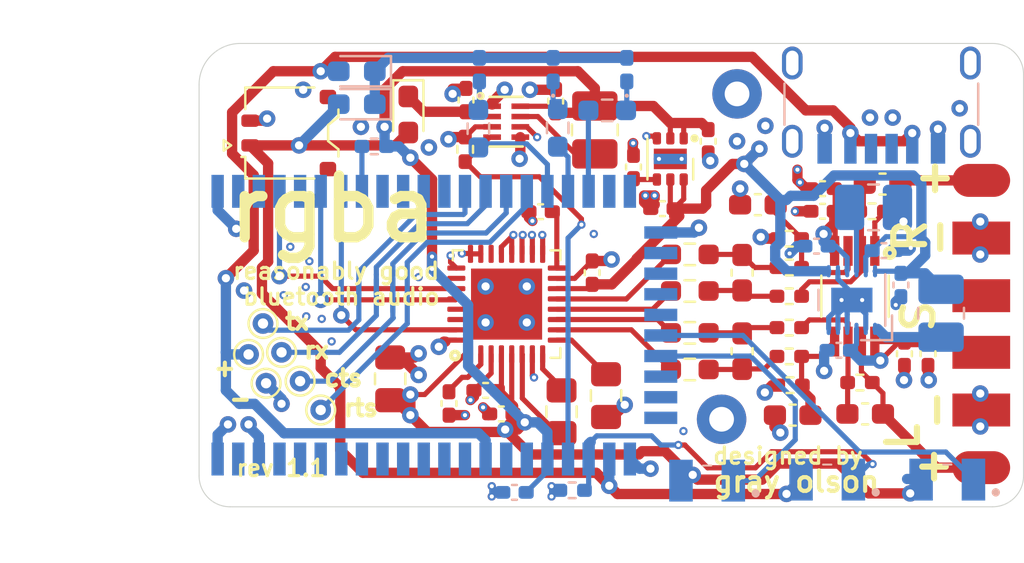
<source format=kicad_pcb>
(kicad_pcb (version 20171130) (host pcbnew "(5.1.9)-1")
  (title_block (title "RGBA - Reasonably Good Bluetooth Audio") (date 2021-03-06) (rev 1.1) (company "Fusha LLC"))
  (layers (0 F.Cu signal) (1 In1.Cu power) (2 In2.Cu power) (31 B.Cu signal) (34 B.Paste user hide) (35 F.Paste user hide) (36 B.SilkS user) (37 F.SilkS user) (38 B.Mask user hide) (39 F.Mask user hide) (44 Edge.Cuts user))
  (net 0 "")
  (net 1 +3V3)
  (net 2 GND)
  (net 3 "Net-(C23-Pad1)")
  (net 4 "Net-(C24-Pad2)")
  (net 5 "Net-(C24-Pad1)")
  (net 6 "Net-(C25-Pad2)")
  (net 7 "Net-(C26-Pad2)")
  (net 8 +3.3VA)
  (net 9 "Net-(C30-Pad1)")
  (net 10 "Net-(C41-Pad1)")
  (net 11 +5VA)
  (net 12 -5VA)
  (net 13 "Net-(C610-Pad1)")
  (net 14 "Net-(C610-Pad2)")
  (net 15 "Net-(C611-Pad1)")
  (net 16 OUT_R)
  (net 17 "Net-(C612-Pad1)")
  (net 18 "Net-(C620-Pad1)")
  (net 19 "Net-(C620-Pad2)")
  (net 20 "Net-(C621-Pad1)")
  (net 21 OUT_L)
  (net 22 "Net-(C625-Pad1)")
  (net 23 "Net-(D1-Pad1)")
  (net 24 VBAT)
  (net 25 VBUS)
  (net 26 "Net-(J1-PadA5)")
  (net 27 "Net-(J1-PadB5)")
  (net 28 UART_CTS)
  (net 29 UART_TX)
  (net 30 UART_RX)
  (net 31 UART_RTS)
  (net 32 "Net-(L30-Pad1)")
  (net 33 "Net-(L50-Pad2)")
  (net 34 "Net-(L51-Pad1)")
  (net 35 LED_CHG)
  (net 36 LED_CONN)
  (net 37 LED_PWR)
  (net 38 "Net-(R10-Pad2)")
  (net 39 VREG_IN)
  (net 40 +1V8)
  (net 41 DAC_R-)
  (net 42 DAC_R+)
  (net 43 DAC_L-)
  (net 44 DAC_L+)
  (net 45 "Net-(U1-Pad2)")
  (net 46 "Net-(U1-Pad3)")
  (net 47 I2S_CLK)
  (net 48 "Net-(U1-Pad5)")
  (net 49 I2S_DATA)
  (net 50 I2S_LRCK)
  (net 51 "Net-(U1-Pad9)")
  (net 52 "Net-(U1-Pad10)")
  (net 53 "Net-(U1-Pad11)")
  (net 54 "Net-(U1-Pad12)")
  (net 55 "Net-(U1-Pad20)")
  (net 56 "Net-(U1-Pad21)")
  (net 57 "Net-(U1-Pad37)")
  (net 58 "Net-(U1-Pad38)")
  (net 59 "Net-(U1-Pad40)")
  (net 60 "Net-(U1-Pad41)")
  (net 61 "Net-(U1-Pad42)")
  (net 62 "Net-(U1-Pad43)")
  (net 63 "Net-(U1-Pad44)")
  (net 64 "Net-(U1-Pad45)")
  (net 65 "Net-(U1-Pad46)")
  (net 66 "Net-(U1-Pad47)")
  (net 67 "Net-(U1-Pad48)")
  (net 68 "Net-(U1-Pad49)")
  (net 69 "Net-(U1-Pad51)")
  (net 70 "Net-(U1-Pad23)")
  (net 71 "Net-(U1-Pad24)")
  (net 72 "Net-(U1-Pad25)")
  (net 73 "Net-(U1-Pad26)")
  (net 74 "Net-(U1-Pad29)")
  (net 75 "Net-(U1-Pad30)")
  (net 76 "Net-(U1-Pad31)")
  (net 77 "Net-(U2-Pad22)")
  (net 78 "Net-(U2-Pad26)")
  (net 79 "Net-(U2-Pad29)")
  (net 80 "Net-(U2-Pad30)")
  (net 81 "Net-(J4-Pad3)")
  (net 82 "Net-(J5-Pad3)")
  (net 83 "Net-(LED1-Pad1)")
  (net 84 "Net-(LED2-Pad1)")
  (net 85 "Net-(LED3-Pad1)")
  (net 86 VOL+_NEXT)
  (net 87 VOL-_PREV)
  (module rgba:TL4110AF160Q (layer B.Cu) (at 109.975 115.45 180)
    (fp_text reference SW1 hide)
    (fp_text value Switch_RA hide)
    (pad 2 smd rect (at 1.27 1.27 90) (size 2.032 1.14) (layers B.Cu B.Paste B.Mask) (net 24 VBAT))
    (pad 1 smd rect (at -1.27 1.27 90) (size 2.032 1.14) (layers B.Cu B.Paste B.Mask) (net 39 VREG_IN))
  )
  (module rgba:TL4110AF160Q (layer B.Cu) (at 104.15 115.5 180)
    (fp_text reference SW3 hide)
    (fp_text value Switch_RA hide)
    (pad 2 smd rect (at 1.27 1.27 90) (size 2.032 1.14) (layers B.Cu B.Paste B.Mask) (net 1 +3V3))
    (pad 1 smd rect (at -1.27 1.27 90) (size 2.032 1.14) (layers B.Cu B.Paste B.Mask) (net 87 VOL-_PREV))
  )
  (module rgba:TL4110AF160Q (layer B.Cu) (at 115.8 115.45 180)
    (fp_text reference SW2 hide)
    (fp_text value Switch_RA hide)
    (pad 2 smd rect (at 1.27 1.27 90) (size 2.032 1.14) (layers B.Cu B.Paste B.Mask) (net 1 +3V3))
    (pad 1 smd rect (at -1.27 1.27 90) (size 2.032 1.14) (layers B.Cu B.Paste B.Mask) (net 86 VOL+_NEXT))
  )
  (module rgba:VSSOP-8_3.0x3.0mm_P0.65mm (layer F.Cu) (at 111.309 105.276 270)
    (fp_text reference U6 hide)
    (fp_text value OPA1662 hide)
    (pad 1 smd rect (at -2.2 -0.975 180) (size 0.45 1.45) (layers F.Cu F.Paste F.Mask) (net 16 OUT_R))
    (pad 2 smd rect (at -2.2 -0.325 180) (size 0.45 1.45) (layers F.Cu F.Paste F.Mask) (net 17 "Net-(C612-Pad1)"))
    (pad 3 smd rect (at -2.2 0.325 180) (size 0.45 1.45) (layers F.Cu F.Paste F.Mask) (net 15 "Net-(C611-Pad1)"))
    (pad 4 smd rect (at -2.2 0.975 180) (size 0.45 1.45) (layers F.Cu F.Paste F.Mask) (net 12 -5VA))
    (pad 5 smd rect (at 2.2 0.975 180) (size 0.45 1.45) (layers F.Cu F.Paste F.Mask) (net 20 "Net-(C621-Pad1)"))
    (pad 6 smd rect (at 2.2 0.325 180) (size 0.45 1.45) (layers F.Cu F.Paste F.Mask) (net 22 "Net-(C625-Pad1)"))
    (pad 7 smd rect (at 2.2 -0.325 180) (size 0.45 1.45) (layers F.Cu F.Paste F.Mask) (net 21 OUT_L))
    (pad 8 smd rect (at 2.2 -0.975 180) (size 0.45 1.45) (layers F.Cu F.Paste F.Mask) (net 11 +5VA))
  )
  (module rgba:WSON-6-1EP_2x2mm_P0.65mm_EP1x1.6mm_ThermalVias (layer F.Cu) (at 102.362 98.608 270)
    (fp_text reference U4 hide)
    (fp_text value TPS7A3501 hide)
    (pad 1 smd roundrect (at -1 -0.65 270) (size 0.6 0.4) (layers F.Cu F.Paste F.Mask) (net 1 +3V3))
    (pad 2 smd roundrect (at -1 0 270) (size 0.6 0.4) (layers F.Cu F.Paste F.Mask) (net 1 +3V3))
    (pad 3 smd roundrect (at -1 0.65 270) (size 0.6 0.4) (layers F.Cu F.Paste F.Mask) (net 2 GND))
    (pad 4 smd roundrect (at 1 0.65 270) (size 0.6 0.4) (layers F.Cu F.Paste F.Mask) (net 10 "Net-(C41-Pad1)"))
    (pad 5 smd roundrect (at 1 0 270) (size 0.6 0.4) (layers F.Cu F.Paste F.Mask) (net 8 +3.3VA))
    (pad 6 smd roundrect (at 1 -0.65 270) (size 0.6 0.4) (layers F.Cu F.Paste F.Mask) (net 8 +3.3VA))
    (pad 7 smd rect (at 0 0 270) (size 1 1.6) (layers F.Cu F.Mask) (net 2 GND))
    (pad 7 thru_hole circle (at 0 -0.55 270) (size 0.5 0.5) (drill 0.2) (layers *.Cu) (net 2 GND))
    (pad 7 thru_hole circle (at 0 0.55 270) (size 0.5 0.5) (drill 0.2) (layers *.Cu) (net 2 GND))
    (pad 7 smd rect (at 0 0 270) (size 0.5 1.6) (layers B.Cu) (net 2 GND))
  )
  (module rgba:QFN-32-1EP_5x5mm_P0.5mm_EP3.45x3.45mm (layer F.Cu) (at 94.418 105.657 90)
    (fp_text reference U2 hide)
    (fp_text value PCM5242 hide)
    (pad 1 smd roundrect (at -2.4375 -1.75 90) (size 0.875 0.25) (layers F.Cu F.Paste F.Mask) (net 1 +3V3))
    (pad 2 smd roundrect (at -2.4375 -1.25 90) (size 0.875 0.25) (layers F.Cu F.Paste F.Mask) (net 3 "Net-(C23-Pad1)"))
    (pad 3 smd roundrect (at -2.4375 -0.75 90) (size 0.875 0.25) (layers F.Cu F.Paste F.Mask) (net 2 GND))
    (pad 4 smd roundrect (at -2.4375 -0.25 90) (size 0.875 0.25) (layers F.Cu F.Paste F.Mask) (net 1 +3V3))
    (pad 5 smd roundrect (at -2.4375 0.25 90) (size 0.875 0.25) (layers F.Cu F.Paste F.Mask) (net 1 +3V3))
    (pad 6 smd roundrect (at -2.4375 0.75 90) (size 0.875 0.25) (layers F.Cu F.Paste F.Mask) (net 4 "Net-(C24-Pad2)"))
    (pad 7 smd roundrect (at -2.4375 1.25 90) (size 0.875 0.25) (layers F.Cu F.Paste F.Mask) (net 2 GND))
    (pad 8 smd roundrect (at -2.4375 1.75 90) (size 0.875 0.25) (layers F.Cu F.Paste F.Mask) (net 5 "Net-(C24-Pad1)"))
    (pad 9 smd roundrect (at -1.75 2.4375 90) (size 0.25 0.875) (layers F.Cu F.Paste F.Mask) (net 6 "Net-(C25-Pad2)"))
    (pad 10 smd roundrect (at -1.25 2.4375 90) (size 0.25 0.875) (layers F.Cu F.Paste F.Mask) (net 44 DAC_L+))
    (pad 11 smd roundrect (at -0.75 2.4375 90) (size 0.25 0.875) (layers F.Cu F.Paste F.Mask) (net 43 DAC_L-))
    (pad 12 smd roundrect (at -0.25 2.4375 90) (size 0.25 0.875) (layers F.Cu F.Paste F.Mask) (net 41 DAC_R-))
    (pad 13 smd roundrect (at 0.25 2.4375 90) (size 0.25 0.875) (layers F.Cu F.Paste F.Mask) (net 42 DAC_R+))
    (pad 14 smd roundrect (at 0.75 2.4375 90) (size 0.25 0.875) (layers F.Cu F.Paste F.Mask) (net 8 +3.3VA))
    (pad 15 smd roundrect (at 1.25 2.4375 90) (size 0.25 0.875) (layers F.Cu F.Paste F.Mask) (net 2 GND))
    (pad 16 smd roundrect (at 1.75 2.4375 90) (size 0.25 0.875) (layers F.Cu F.Paste F.Mask) (net 7 "Net-(C26-Pad2)"))
    (pad 17 smd roundrect (at 2.4375 1.75 90) (size 0.875 0.25) (layers F.Cu F.Paste F.Mask) (net 2 GND))
    (pad 18 smd roundrect (at 2.4375 1.25 90) (size 0.875 0.25) (layers F.Cu F.Paste F.Mask) (net 2 GND))
    (pad 19 smd roundrect (at 2.4375 0.75 90) (size 0.875 0.25) (layers F.Cu F.Paste F.Mask) (net 2 GND))
    (pad 20 smd roundrect (at 2.4375 0.25 90) (size 0.875 0.25) (layers F.Cu F.Paste F.Mask) (net 2 GND))
    (pad 21 smd roundrect (at 2.4375 -0.25 90) (size 0.875 0.25) (layers F.Cu F.Paste F.Mask) (net 2 GND))
    (pad 22 smd roundrect (at 2.4375 -0.75 90) (size 0.875 0.25) (layers F.Cu F.Paste F.Mask) (net 77 "Net-(U2-Pad22)"))
    (pad 23 smd roundrect (at 2.4375 -1.25 90) (size 0.875 0.25) (layers F.Cu F.Paste F.Mask) (net 2 GND))
    (pad 24 smd roundrect (at 2.4375 -1.75 90) (size 0.875 0.25) (layers F.Cu F.Paste F.Mask) (net 2 GND))
    (pad 25 smd roundrect (at 1.75 -2.4375 90) (size 0.25 0.875) (layers F.Cu F.Paste F.Mask) (net 2 GND))
    (pad 26 smd roundrect (at 1.25 -2.4375 90) (size 0.25 0.875) (layers F.Cu F.Paste F.Mask) (net 78 "Net-(U2-Pad26)"))
    (pad 27 smd roundrect (at 0.75 -2.4375 90) (size 0.25 0.875) (layers F.Cu F.Paste F.Mask) (net 47 I2S_CLK))
    (pad 28 smd roundrect (at 0.25 -2.4375 90) (size 0.25 0.875) (layers F.Cu F.Paste F.Mask) (net 49 I2S_DATA))
    (pad 29 smd roundrect (at -0.25 -2.4375 90) (size 0.25 0.875) (layers F.Cu F.Paste F.Mask) (net 79 "Net-(U2-Pad29)"))
    (pad 30 smd roundrect (at -0.75 -2.4375 90) (size 0.25 0.875) (layers F.Cu F.Paste F.Mask) (net 80 "Net-(U2-Pad30)"))
    (pad 31 smd roundrect (at -1.25 -2.4375 90) (size 0.25 0.875) (layers F.Cu F.Paste F.Mask) (net 50 I2S_LRCK))
    (pad 32 smd roundrect (at -1.75 -2.4375 90) (size 0.25 0.875) (layers F.Cu F.Paste F.Mask) (net 2 GND))
    (pad 33 smd rect (at 0 0 90) (size 3.45 3.45) (layers F.Cu F.Mask) (net 2 GND))
  )
  (module rgba:VSON-8_1.5x2mm_P0.5mm (layer F.Cu) (at 94.4 96.8)
    (fp_text reference U3 hide)
    (fp_text value TPS62849DLCR)
    (pad 1 smd rect (at -0.685 -0.75) (size 0.86 0.27) (layers F.Cu F.Paste F.Mask) (net 2 GND))
    (pad 2 smd rect (at -0.685 -0.25) (size 0.86 0.27) (layers F.Cu F.Paste F.Mask) (net 9 "Net-(C30-Pad1)"))
    (pad 3 smd rect (at -0.685 0.25) (size 0.86 0.27) (layers F.Cu F.Paste F.Mask) (net 2 GND))
    (pad 4 smd rect (at -0.685 0.75) (size 0.86 0.27) (layers F.Cu F.Paste F.Mask) (net 40 +1V8))
    (pad 5 smd rect (at 0.685 0.75) (size 0.86 0.27) (layers F.Cu F.Paste F.Mask) (net 2 GND))
    (pad 6 smd rect (at 0.685 0.25) (size 0.86 0.27) (layers F.Cu F.Paste F.Mask) (net 2 GND))
    (pad 7 smd rect (at 0.685 -0.25) (size 0.86 0.27) (layers F.Cu F.Paste F.Mask) (net 32 "Net-(L30-Pad1)"))
    (pad 8 smd rect (at 0.685 -0.75) (size 0.86 0.27) (layers F.Cu F.Paste F.Mask) (net 1 +3V3))
  )
  (module rgba:MountingHole_1.2mm_M1_Pad (layer F.Cu) (at 105.6 95.45)
    (fp_text reference J12 hide)
    (fp_text value "Screw 1" hide)
    (pad 1 thru_hole circle (at 0 0) (size 2.4 2.4) (drill 1.2) (layers *.Cu *.Mask) (net 2 GND))
  )
  (module rgba:MountingHole_1.2mm_M1_Pad (layer F.Cu) (at 104.85 111.25)
    (fp_text reference J11 hide)
    (fp_text value "Screw 1" hide)
    (pad 1 thru_hole circle (at 0 0) (size 2.4 2.4) (drill 1.2) (layers *.Cu *.Mask) (net 2 GND))
  )
  (module Diode_SMD:D_0603_1608Metric_Pad1.05x0.95mm_HandSolder (layer B.Cu) (at 87.15 94.35 180)
    (fp_text reference D2 hide)
    (fp_text value D_Small hide)
    (pad 2 smd roundrect (at 0.875 0 180) (size 1.05 0.95) (layers B.Cu B.Paste B.Mask) (net 25 VBUS))
    (pad 1 smd roundrect (at -0.875 0 180) (size 1.05 0.95) (layers B.Cu B.Paste B.Mask) (net 23 "Net-(D1-Pad1)"))
  )
  (module rgba:SolderWire_AudioOut_1x03_P2.0mm (layer F.Cu) (at 117.45 113.6 90)
    (fp_text reference J5 hide)
    (fp_text value "L SPK OUT")
    (pad 3 smd rect (at 5.6 0 90) (size 1.6 2.8) (layers F.Cu F.Paste F.Mask) (net 82 "Net-(J5-Pad3)"))
    (pad 2 smd rect (at 2.8 0 90) (size 1.6 2.8) (layers F.Cu F.Paste F.Mask) (net 2 GND))
    (pad 1 smd oval (at 0 0 90) (size 1.6 2.8) (layers F.Cu F.Paste F.Mask) (net 21 OUT_L))
  )
  (module rgba:SolderWire_AudioOut_1x03_P2.0mm (layer F.Cu) (at 117.45 99.65 270)
    (fp_text reference J4 hide)
    (fp_text value "R SPK OUT")
    (pad 3 smd rect (at 5.6 0 270) (size 1.6 2.8) (layers F.Cu F.Paste F.Mask) (net 81 "Net-(J4-Pad3)"))
    (pad 2 smd rect (at 2.8 0 270) (size 1.6 2.8) (layers F.Cu F.Paste F.Mask) (net 2 GND))
    (pad 1 smd oval (at 0 0 270) (size 1.6 2.8) (layers F.Cu F.Paste F.Mask) (net 16 OUT_R))
  )
  (module Resistor_SMD:R_0603_1608Metric_Pad0.98x0.95mm_HandSolder (layer B.Cu) (at 96.9 97.1 270)
    (fp_text reference R2 hide)
    (fp_text value 1K hide)
    (pad 2 smd roundrect (at 0.9125 0 270) (size 0.975 0.95) (layers B.Cu B.Paste B.Mask) (net 36 LED_CONN))
    (pad 1 smd roundrect (at -0.9125 0 270) (size 0.975 0.95) (layers B.Cu B.Paste B.Mask) (net 84 "Net-(LED2-Pad1)"))
  )
  (module Diode_SMD:D_0603_1608Metric_Pad1.05x0.95mm_HandSolder (layer B.Cu) (at 87.15 95.95 180)
    (fp_text reference D1 hide)
    (fp_text value D_Small hide)
    (pad 2 smd roundrect (at 0.875 0 180) (size 1.05 0.95) (layers B.Cu B.Paste B.Mask) (net 24 VBAT))
    (pad 1 smd roundrect (at -0.875 0 180) (size 1.05 0.95) (layers B.Cu B.Paste B.Mask) (net 23 "Net-(D1-Pad1)"))
  )
  (module Connector_JST:JST_ACH_BM02B-ACHSS-GAN-ETF_1x02-1MP_P1.20mm_Vertical (layer F.Cu) (at 83.85 97.35 90)
    (fp_text reference J2 hide)
    (fp_text value "BATT CONN")
    (pad MP smd roundrect (at 1.75 1.9 90) (size 0.7 0.8) (layers F.Cu F.Paste F.Mask))
    (pad MP smd roundrect (at -1.75 1.9 90) (size 0.7 0.8) (layers F.Cu F.Paste F.Mask))
    (pad 2 smd roundrect (at 0.6 -1.875 90) (size 0.6 0.85) (layers F.Cu F.Paste F.Mask) (net 2 GND))
    (pad 1 smd roundrect (at -0.6 -1.875 90) (size 0.6 0.85) (layers F.Cu F.Paste F.Mask) (net 24 VBAT))
  )
  (module Feasycom:FSC-BT806 (layer B.Cu) (at 88.9 106.68 270)
    (fp_text reference U1 hide)
    (fp_text value FSC-BT806)
    (pad 31 smd rect (at 4.5 -13 180) (size 1.6 0.6) (layers B.Cu B.Paste B.Mask) (net 76 "Net-(U1-Pad31)"))
    (pad 30 smd rect (at 3.5 -13 180) (size 1.6 0.6) (layers B.Cu B.Paste B.Mask) (net 75 "Net-(U1-Pad30)"))
    (pad 29 smd rect (at 2.5 -13 180) (size 1.6 0.6) (layers B.Cu B.Paste B.Mask) (net 74 "Net-(U1-Pad29)"))
    (pad 28 smd rect (at 1.5 -13 180) (size 1.6 0.6) (layers B.Cu B.Paste B.Mask) (net 87 VOL-_PREV))
    (pad 27 smd rect (at 0.5 -13 180) (size 1.6 0.6) (layers B.Cu B.Paste B.Mask) (net 86 VOL+_NEXT))
    (pad 26 smd rect (at -0.5 -13 180) (size 1.6 0.6) (layers B.Cu B.Paste B.Mask) (net 73 "Net-(U1-Pad26)"))
    (pad 25 smd rect (at -1.5 -13 180) (size 1.6 0.6) (layers B.Cu B.Paste B.Mask) (net 72 "Net-(U1-Pad25)"))
    (pad 24 smd rect (at -2.5 -13 180) (size 1.6 0.6) (layers B.Cu B.Paste B.Mask) (net 71 "Net-(U1-Pad24)"))
    (pad 23 smd rect (at -3.5 -13 180) (size 1.6 0.6) (layers B.Cu B.Paste B.Mask) (net 70 "Net-(U1-Pad23)"))
    (pad 22 smd rect (at -4.5 -13 180) (size 1.6 0.6) (layers B.Cu B.Paste B.Mask) (net 2 GND))
    (pad 52 smd rect (at 6.5 8.5 270) (size 1.6 0.6) (layers B.Cu B.Paste B.Mask) (net 2 GND))
    (pad 51 smd rect (at 6.5 7.5 270) (size 1.6 0.6) (layers B.Cu B.Paste B.Mask) (net 69 "Net-(U1-Pad51)"))
    (pad 50 smd rect (at 6.5 6.5 270) (size 1.6 0.6) (layers B.Cu B.Paste B.Mask) (net 2 GND))
    (pad 49 smd rect (at 6.5 5.5 270) (size 1.6 0.6) (layers B.Cu B.Paste B.Mask) (net 68 "Net-(U1-Pad49)"))
    (pad 48 smd rect (at 6.5 4.5 270) (size 1.6 0.6) (layers B.Cu B.Paste B.Mask) (net 67 "Net-(U1-Pad48)"))
    (pad 47 smd rect (at 6.5 3.5 270) (size 1.6 0.6) (layers B.Cu B.Paste B.Mask) (net 66 "Net-(U1-Pad47)"))
    (pad 46 smd rect (at 6.5 2.5 270) (size 1.6 0.6) (layers B.Cu B.Paste B.Mask) (net 65 "Net-(U1-Pad46)"))
    (pad 45 smd rect (at 6.5 1.5 270) (size 1.6 0.6) (layers B.Cu B.Paste B.Mask) (net 64 "Net-(U1-Pad45)"))
    (pad 44 smd rect (at 6.5 0.5 270) (size 1.6 0.6) (layers B.Cu B.Paste B.Mask) (net 63 "Net-(U1-Pad44)"))
    (pad 43 smd rect (at 6.5 -0.5 270) (size 1.6 0.6) (layers B.Cu B.Paste B.Mask) (net 62 "Net-(U1-Pad43)"))
    (pad 42 smd rect (at 6.5 -1.5 270) (size 1.6 0.6) (layers B.Cu B.Paste B.Mask) (net 61 "Net-(U1-Pad42)"))
    (pad 41 smd rect (at 6.5 -2.5 270) (size 1.6 0.6) (layers B.Cu B.Paste B.Mask) (net 60 "Net-(U1-Pad41)"))
    (pad 40 smd rect (at 6.5 -3.5 270) (size 1.6 0.6) (layers B.Cu B.Paste B.Mask) (net 59 "Net-(U1-Pad40)"))
    (pad 39 smd rect (at 6.5 -4.5 270) (size 1.6 0.6) (layers B.Cu B.Paste B.Mask) (net 25 VBUS))
    (pad 38 smd rect (at 6.5 -5.5 270) (size 1.6 0.6) (layers B.Cu B.Paste B.Mask) (net 58 "Net-(U1-Pad38)"))
    (pad 37 smd rect (at 6.5 -6.5 270) (size 1.6 0.6) (layers B.Cu B.Paste B.Mask) (net 57 "Net-(U1-Pad37)"))
    (pad 36 smd rect (at 6.5 -7.5 270) (size 1.6 0.6) (layers B.Cu B.Paste B.Mask) (net 1 +3V3))
    (pad 35 smd rect (at 6.5 -8.5 270) (size 1.6 0.6) (layers B.Cu B.Paste B.Mask) (net 40 +1V8))
    (pad 34 smd rect (at 6.5 -9.5 270) (size 1.6 0.6) (layers B.Cu B.Paste B.Mask) (net 39 VREG_IN))
    (pad 33 smd rect (at 6.5 -10.5 270) (size 1.6 0.6) (layers B.Cu B.Paste B.Mask) (net 24 VBAT))
    (pad 32 smd rect (at 6.5 -11.5 270) (size 1.6 0.6) (layers B.Cu B.Paste B.Mask) (net 2 GND))
    (pad 21 smd rect (at -6.5 -11.5 270) (size 1.6 0.6) (layers B.Cu B.Paste B.Mask) (net 56 "Net-(U1-Pad21)"))
    (pad 20 smd rect (at -6.5 -10.5 270) (size 1.6 0.6) (layers B.Cu B.Paste B.Mask) (net 55 "Net-(U1-Pad20)"))
    (pad 19 smd rect (at -6.5 -9.5 270) (size 1.6 0.6) (layers B.Cu B.Paste B.Mask) (net 37 LED_PWR))
    (pad 18 smd rect (at -6.5 -8.5 270) (size 1.6 0.6) (layers B.Cu B.Paste B.Mask) (net 36 LED_CONN))
    (pad 17 smd rect (at -6.5 -7.5 270) (size 1.6 0.6) (layers B.Cu B.Paste B.Mask) (net 35 LED_CHG))
    (pad 16 smd rect (at -6.5 -6.5 270) (size 1.6 0.6) (layers B.Cu B.Paste B.Mask) (net 31 UART_RTS))
    (pad 15 smd rect (at -6.5 -5.5 270) (size 1.6 0.6) (layers B.Cu B.Paste B.Mask) (net 28 UART_CTS))
    (pad 14 smd rect (at -6.5 -4.5 270) (size 1.6 0.6) (layers B.Cu B.Paste B.Mask) (net 30 UART_RX))
    (pad 13 smd rect (at -6.5 -3.5 270) (size 1.6 0.6) (layers B.Cu B.Paste B.Mask) (net 29 UART_TX))
    (pad 12 smd rect (at -6.5 -2.5 270) (size 1.6 0.6) (layers B.Cu B.Paste B.Mask) (net 54 "Net-(U1-Pad12)"))
    (pad 11 smd rect (at -6.5 -1.5 270) (size 1.6 0.6) (layers B.Cu B.Paste B.Mask) (net 53 "Net-(U1-Pad11)"))
    (pad 10 smd rect (at -6.5 -0.5 270) (size 1.6 0.6) (layers B.Cu B.Paste B.Mask) (net 52 "Net-(U1-Pad10)"))
    (pad 9 smd rect (at -6.5 0.5 270) (size 1.6 0.6) (layers B.Cu B.Paste B.Mask) (net 51 "Net-(U1-Pad9)"))
    (pad 8 smd rect (at -6.5 1.5 270) (size 1.6 0.6) (layers B.Cu B.Paste B.Mask) (net 38 "Net-(R10-Pad2)"))
    (pad 7 smd rect (at -6.5 2.5 270) (size 1.6 0.6) (layers B.Cu B.Paste B.Mask) (net 50 I2S_LRCK))
    (pad 6 smd rect (at -6.5 3.5 270) (size 1.6 0.6) (layers B.Cu B.Paste B.Mask) (net 49 I2S_DATA))
    (pad 5 smd rect (at -6.5 4.5 270) (size 1.6 0.6) (layers B.Cu B.Paste B.Mask) (net 48 "Net-(U1-Pad5)"))
    (pad 4 smd rect (at -6.5 5.5 270) (size 1.6 0.6) (layers B.Cu B.Paste B.Mask) (net 47 I2S_CLK))
    (pad 3 smd rect (at -6.5 6.5 270) (size 1.6 0.6) (layers B.Cu B.Paste B.Mask) (net 46 "Net-(U1-Pad3)"))
    (pad 2 smd rect (at -6.5 7.5 270) (size 1.6 0.6) (layers B.Cu B.Paste B.Mask) (net 45 "Net-(U1-Pad2)"))
    (pad 1 smd rect (at -6.5 8.5 270) (size 1.6 0.6) (layers B.Cu B.Paste B.Mask) (net 2 GND))
  )
  (module rgba:USB_C_Receptacle_UJC-HP-3-SMT-TR (layer B.Cu) (at 112.6 93.95)
    (fp_text reference J1 hide)
    (fp_text value "CHARGE CONN")
    (pad S1 thru_hole oval (at 4.32 0) (size 1 1.6) (drill oval 0.6 1.2) (layers *.Cu *.Mask) (net 2 GND))
    (pad S1 thru_hole oval (at -4.32 0) (size 1 1.6) (drill oval 0.6 1.2) (layers *.Cu *.Mask) (net 2 GND))
    (pad S1 thru_hole oval (at -4.32 3.8) (size 1 1.6) (drill oval 0.6 1.2) (layers *.Cu *.Mask) (net 2 GND))
    (pad S1 thru_hole oval (at 4.32 3.8) (size 1 1.6) (drill oval 0.6 1.2) (layers *.Cu *.Mask) (net 2 GND))
    (pad B1 smd rect (at -2.75 4.1625) (size 0.7 1.45) (layers B.Cu B.Paste B.Mask) (net 2 GND))
    (pad A1 smd rect (at 2.75 4.1625) (size 0.7 1.45) (layers B.Cu B.Paste B.Mask) (net 2 GND))
    (pad B9 smd rect (at -1.5 4.1625) (size 0.6 1.45) (layers B.Cu B.Paste B.Mask) (net 25 VBUS))
    (pad A9 smd rect (at 1.5 4.1625) (size 0.6 1.45) (layers B.Cu B.Paste B.Mask) (net 25 VBUS))
    (pad A5 smd rect (at 0.5 4.1625) (size 0.6 1.45) (layers B.Cu B.Paste B.Mask) (net 26 "Net-(J1-PadA5)"))
    (pad B5 smd rect (at -0.5 4.1625) (size 0.6 1.45) (layers B.Cu B.Paste B.Mask) (net 27 "Net-(J1-PadB5)"))
  )
  (module Inductor_SMD:L_1008_2520Metric_Pad1.43x2.20mm_HandSolder (layer F.Cu) (at 98.7 97.2 90)
    (fp_text reference L30 hide)
    (fp_text value 4.7uH hide)
    (pad 2 smd roundrect (at 1.1625 0 90) (size 1.425 2.2) (layers F.Cu F.Paste F.Mask) (roundrect_rratio 0.175439) (net 1 +3V3))
    (pad 1 smd roundrect (at -1.1625 0 90) (size 1.425 2.2) (layers F.Cu F.Paste F.Mask) (roundrect_rratio 0.175439) (net 32 "Net-(L30-Pad1)"))
  )
  (module Capacitor_SMD:C_0402_1005Metric_Pad0.74x0.62mm_HandSolder (layer F.Cu) (at 96.8 95.8 90)
    (fp_text reference C31 hide)
    (fp_text value 10uF)
    (pad 2 smd roundrect (at 0.5675 0 90) (size 0.735 0.62) (layers F.Cu F.Paste F.Mask) (net 2 GND))
    (pad 1 smd roundrect (at -0.5675 0 90) (size 0.735 0.62) (layers F.Cu F.Paste F.Mask) (net 1 +3V3))
  )
  (module Capacitor_SMD:C_0402_1005Metric_Pad0.74x0.62mm_HandSolder (layer F.Cu) (at 92.45 95.75 90)
    (fp_text reference C30 hide)
    (fp_text value 10uF)
    (pad 2 smd roundrect (at 0.5675 0 90) (size 0.735 0.62) (layers F.Cu F.Paste F.Mask) (net 2 GND))
    (pad 1 smd roundrect (at -0.5675 0 90) (size 0.735 0.62) (layers F.Cu F.Paste F.Mask) (net 9 "Net-(C30-Pad1)"))
  )
  (module Resistor_SMD:R_0402_1005Metric_Pad0.72x0.64mm_HandSolder (layer F.Cu) (at 108.1715 109.594)
    (fp_text reference R624 hide)
    (fp_text value 68R hide)
    (pad 2 smd roundrect (at 0.5975 0) (size 0.715 0.64) (layers F.Cu F.Paste F.Mask) (net 20 "Net-(C621-Pad1)"))
    (pad 1 smd roundrect (at -0.5975 0) (size 0.715 0.64) (layers F.Cu F.Paste F.Mask) (net 2 GND))
  )
  (module Resistor_SMD:R_0402_1005Metric_Pad0.72x0.64mm_HandSolder (layer F.Cu) (at 108.134 108.197)
    (fp_text reference R623 hide)
    (fp_text value 4.7K hide)
    (pad 2 smd roundrect (at 0.5975 0) (size 0.715 0.64) (layers F.Cu F.Paste F.Mask) (net 20 "Net-(C621-Pad1)"))
    (pad 1 smd roundrect (at -0.5975 0) (size 0.715 0.64) (layers F.Cu F.Paste F.Mask) (net 18 "Net-(C620-Pad1)"))
  )
  (module Resistor_SMD:R_0402_1005Metric_Pad0.72x0.64mm_HandSolder (layer F.Cu) (at 108.134 106.8 180)
    (fp_text reference R622 hide)
    (fp_text value 4.7K hide)
    (pad 2 smd roundrect (at 0.5975 0 180) (size 0.715 0.64) (layers F.Cu F.Paste F.Mask) (net 19 "Net-(C620-Pad2)"))
    (pad 1 smd roundrect (at -0.5975 0 180) (size 0.715 0.64) (layers F.Cu F.Paste F.Mask) (net 22 "Net-(C625-Pad1)"))
  )
  (module Resistor_SMD:R_0603_1608Metric_Pad0.98x0.95mm_HandSolder (layer F.Cu) (at 103.308 108.832)
    (fp_text reference R621 hide)
    (fp_text value 1K hide)
    (pad 2 smd roundrect (at 0.9125 0) (size 0.975 0.95) (layers F.Cu F.Paste F.Mask) (net 18 "Net-(C620-Pad1)"))
    (pad 1 smd roundrect (at -0.9125 0) (size 0.975 0.95) (layers F.Cu F.Paste F.Mask) (net 44 DAC_L+))
  )
  (module Resistor_SMD:R_0603_1608Metric_Pad0.98x0.95mm_HandSolder (layer F.Cu) (at 103.308 107.054 180)
    (fp_text reference R620 hide)
    (fp_text value 1K hide)
    (pad 2 smd roundrect (at 0.9125 0 180) (size 0.975 0.95) (layers F.Cu F.Paste F.Mask) (net 43 DAC_L-))
    (pad 1 smd roundrect (at -0.9125 0 180) (size 0.975 0.95) (layers F.Cu F.Paste F.Mask) (net 19 "Net-(C620-Pad2)"))
  )
  (module Resistor_SMD:R_0402_1005Metric_Pad0.72x0.64mm_HandSolder (layer F.Cu) (at 112.15 101.15 180)
    (fp_text reference R615 hide)
    (fp_text value 68R hide)
    (pad 2 smd roundrect (at 0.5975 0 180) (size 0.715 0.64) (layers F.Cu F.Paste F.Mask) (net 17 "Net-(C612-Pad1)"))
    (pad 1 smd roundrect (at -0.5975 0 180) (size 0.715 0.64) (layers F.Cu F.Paste F.Mask) (net 16 OUT_R))
  )
  (module Resistor_SMD:R_0402_1005Metric_Pad0.72x0.64mm_HandSolder (layer F.Cu) (at 108.134 102.482)
    (fp_text reference R614 hide)
    (fp_text value 68R hide)
    (pad 2 smd roundrect (at 0.5975 0) (size 0.715 0.64) (layers F.Cu F.Paste F.Mask) (net 15 "Net-(C611-Pad1)"))
    (pad 1 smd roundrect (at -0.5975 0) (size 0.715 0.64) (layers F.Cu F.Paste F.Mask) (net 2 GND))
  )
  (module Resistor_SMD:R_0402_1005Metric_Pad0.72x0.64mm_HandSolder (layer F.Cu) (at 108.134 103.879)
    (fp_text reference R613 hide)
    (fp_text value 4.7K hide)
    (pad 2 smd roundrect (at 0.5975 0) (size 0.715 0.64) (layers F.Cu F.Paste F.Mask) (net 15 "Net-(C611-Pad1)"))
    (pad 1 smd roundrect (at -0.5975 0) (size 0.715 0.64) (layers F.Cu F.Paste F.Mask) (net 13 "Net-(C610-Pad1)"))
  )
  (module Resistor_SMD:R_0402_1005Metric_Pad0.72x0.64mm_HandSolder (layer F.Cu) (at 108.134 105.276 180)
    (fp_text reference R612 hide)
    (fp_text value 4.7K hide)
    (pad 2 smd roundrect (at 0.5975 0 180) (size 0.715 0.64) (layers F.Cu F.Paste F.Mask) (net 14 "Net-(C610-Pad2)"))
    (pad 1 smd roundrect (at -0.5975 0 180) (size 0.715 0.64) (layers F.Cu F.Paste F.Mask) (net 17 "Net-(C612-Pad1)"))
  )
  (module Resistor_SMD:R_0603_1608Metric_Pad0.98x0.95mm_HandSolder (layer F.Cu) (at 103.308 103.244)
    (fp_text reference R611 hide)
    (fp_text value 1K hide)
    (pad 2 smd roundrect (at 0.9125 0) (size 0.975 0.95) (layers F.Cu F.Paste F.Mask) (net 13 "Net-(C610-Pad1)"))
    (pad 1 smd roundrect (at -0.9125 0) (size 0.975 0.95) (layers F.Cu F.Paste F.Mask) (net 42 DAC_R+))
  )
  (module Resistor_SMD:R_0603_1608Metric_Pad0.98x0.95mm_HandSolder (layer F.Cu) (at 103.308 105.022 180)
    (fp_text reference R610 hide)
    (fp_text value 1K hide)
    (pad 2 smd roundrect (at 0.9125 0 180) (size 0.975 0.95) (layers F.Cu F.Paste F.Mask) (net 41 DAC_R-))
    (pad 1 smd roundrect (at -0.9125 0 180) (size 0.975 0.95) (layers F.Cu F.Paste F.Mask) (net 14 "Net-(C610-Pad2)"))
  )
  (module Resistor_SMD:R_0402_1005Metric_Pad0.72x0.64mm_HandSolder (layer F.Cu) (at 111.563 109.467 180)
    (fp_text reference R22 hide)
    (fp_text value 68R hide)
    (pad 2 smd roundrect (at 0.5975 0 180) (size 0.715 0.64) (layers F.Cu F.Paste F.Mask) (net 22 "Net-(C625-Pad1)"))
    (pad 1 smd roundrect (at -0.5975 0 180) (size 0.715 0.64) (layers F.Cu F.Paste F.Mask) (net 21 OUT_L))
  )
  (module Inductor_SMD:L_1008_2520Metric_Pad1.43x2.20mm_HandSolder (layer B.Cu) (at 112.22 100.96)
    (fp_text reference L51 hide)
    (fp_text value 4.7uH hide)
    (pad 2 smd roundrect (at 1.1625 0) (size 1.425 2.2) (layers B.Cu B.Paste B.Mask) (roundrect_rratio 0.175439) (net 2 GND))
    (pad 1 smd roundrect (at -1.1625 0) (size 1.425 2.2) (layers B.Cu B.Paste B.Mask) (roundrect_rratio 0.175439) (net 34 "Net-(L51-Pad1)"))
  )
  (module Inductor_SMD:L_1008_2520Metric_Pad1.43x2.20mm_HandSolder (layer B.Cu) (at 115.5 106.1 270)
    (fp_text reference L50 hide)
    (fp_text value 4.7uH hide)
    (pad 1 smd roundrect (at -1.1625 0 270) (size 1.425 2.2) (layers B.Cu B.Paste B.Mask) (roundrect_rratio 0.175439) (net 8 +3.3VA))
    (pad 2 smd roundrect (at 1.1625 0 270) (size 1.425 2.2) (layers B.Cu B.Paste B.Mask) (roundrect_rratio 0.175439) (net 33 "Net-(L50-Pad2)"))
  )
  (module Capacitor_SMD:C_0603_1608Metric_Pad1.08x0.95mm_HandSolder (layer F.Cu) (at 111.817 110.991)
    (fp_text reference C625 hide)
    (fp_text value 33pF hide)
    (pad 2 smd roundrect (at 0.8625 0) (size 1.075 0.95) (layers F.Cu F.Paste F.Mask) (net 21 OUT_L))
    (pad 1 smd roundrect (at -0.8625 0) (size 1.075 0.95) (layers F.Cu F.Paste F.Mask) (net 22 "Net-(C625-Pad1)"))
  )
  (module Capacitor_SMD:C_0603_1608Metric_Pad1.08x0.95mm_HandSolder (layer F.Cu) (at 108.3 111.05 180)
    (fp_text reference C621 hide)
    (fp_text value 33pF hide)
    (pad 2 smd roundrect (at 0.8625 0 180) (size 1.075 0.95) (layers F.Cu F.Paste F.Mask) (net 2 GND))
    (pad 1 smd roundrect (at -0.8625 0 180) (size 1.075 0.95) (layers F.Cu F.Paste F.Mask) (net 20 "Net-(C621-Pad1)"))
  )
  (module Capacitor_SMD:C_0603_1608Metric_Pad1.08x0.95mm_HandSolder (layer F.Cu) (at 105.848 107.943 90)
    (fp_text reference C620 hide)
    (fp_text value 4.3nF hide)
    (pad 2 smd roundrect (at 0.8625 0 90) (size 1.075 0.95) (layers F.Cu F.Paste F.Mask) (net 19 "Net-(C620-Pad2)"))
    (pad 1 smd roundrect (at -0.8625 0 90) (size 1.075 0.95) (layers F.Cu F.Paste F.Mask) (net 18 "Net-(C620-Pad1)"))
  )
  (module Capacitor_SMD:C_0603_1608Metric_Pad1.08x0.95mm_HandSolder (layer F.Cu) (at 112.66 99.83)
    (fp_text reference C612 hide)
    (fp_text value 33pF hide)
    (pad 2 smd roundrect (at 0.8625 0) (size 1.075 0.95) (layers F.Cu F.Paste F.Mask) (net 16 OUT_R))
    (pad 1 smd roundrect (at -0.8625 0) (size 1.075 0.95) (layers F.Cu F.Paste F.Mask) (net 17 "Net-(C612-Pad1)"))
  )
  (module Capacitor_SMD:C_0603_1608Metric_Pad1.08x0.95mm_HandSolder (layer F.Cu) (at 106.61 100.831 180)
    (fp_text reference C611 hide)
    (fp_text value 33pF hide)
    (pad 2 smd roundrect (at 0.8625 0 180) (size 1.075 0.95) (layers F.Cu F.Paste F.Mask) (net 2 GND))
    (pad 1 smd roundrect (at -0.8625 0 180) (size 1.075 0.95) (layers F.Cu F.Paste F.Mask) (net 15 "Net-(C611-Pad1)"))
  )
  (module Capacitor_SMD:C_0603_1608Metric_Pad1.08x0.95mm_HandSolder (layer F.Cu) (at 105.848 104.133 270)
    (fp_text reference C610 hide)
    (fp_text value 4.3nF hide)
    (pad 2 smd roundrect (at 0.8625 0 270) (size 1.075 0.95) (layers F.Cu F.Paste F.Mask) (net 14 "Net-(C610-Pad2)"))
    (pad 1 smd roundrect (at -0.8625 0 270) (size 1.075 0.95) (layers F.Cu F.Paste F.Mask) (net 13 "Net-(C610-Pad1)"))
  )
  (module Capacitor_SMD:C_0402_1005Metric_Pad0.74x0.62mm_HandSolder (layer F.Cu) (at 113.722 108.07 90)
    (fp_text reference C602 hide)
    (fp_text value 0.1uF hide)
    (pad 2 smd roundrect (at 0.5675 0 90) (size 0.735 0.62) (layers F.Cu F.Paste F.Mask) (net 11 +5VA))
    (pad 1 smd roundrect (at -0.5675 0 90) (size 0.735 0.62) (layers F.Cu F.Paste F.Mask) (net 2 GND))
  )
  (module Capacitor_SMD:C_0402_1005Metric_Pad0.74x0.62mm_HandSolder (layer F.Cu) (at 114.865 108.07 90)
    (fp_text reference C600 hide)
    (fp_text value 0.1uF hide)
    (pad 2 smd roundrect (at 0.5675 0 90) (size 0.735 0.62) (layers F.Cu F.Paste F.Mask) (net 11 +5VA))
    (pad 1 smd roundrect (at -0.5675 0 90) (size 0.735 0.62) (layers F.Cu F.Paste F.Mask) (net 2 GND))
  )
  (module Capacitor_SMD:C_0402_1005Metric_Pad0.74x0.62mm_HandSolder (layer B.Cu) (at 109.4565 102.843)
    (fp_text reference C53 hide)
    (fp_text value 10uF hide)
    (pad 2 smd roundrect (at 0.5675 0) (size 0.735 0.62) (layers B.Cu B.Paste B.Mask) (net 12 -5VA))
    (pad 1 smd roundrect (at -0.5675 0) (size 0.735 0.62) (layers B.Cu B.Paste B.Mask) (net 2 GND))
  )
  (module Capacitor_SMD:C_0402_1005Metric_Pad0.74x0.62mm_HandSolder (layer B.Cu) (at 110.54 107.9 180)
    (fp_text reference C52 hide)
    (fp_text value 10uF hide)
    (pad 2 smd roundrect (at 0.5675 0 180) (size 0.735 0.62) (layers B.Cu B.Paste B.Mask) (net 2 GND))
    (pad 1 smd roundrect (at -0.5675 0 180) (size 0.735 0.62) (layers B.Cu B.Paste B.Mask) (net 11 +5VA))
  )
  (module Capacitor_SMD:C_0402_1005Metric_Pad0.74x0.62mm_HandSolder (layer B.Cu) (at 113.55 104.73 270)
    (fp_text reference C50 hide)
    (fp_text value 10uF hide)
    (pad 2 smd roundrect (at 0.5675 0 270) (size 0.735 0.62) (layers B.Cu B.Paste B.Mask) (net 2 GND))
    (pad 1 smd roundrect (at -0.5675 0 270) (size 0.735 0.62) (layers B.Cu B.Paste B.Mask) (net 8 +3.3VA))
  )
  (module Capacitor_SMD:C_0402_1005Metric_Pad0.74x0.62mm_HandSolder (layer F.Cu) (at 101.981 101.021 180)
    (fp_text reference C42 hide)
    (fp_text value 10uF hide)
    (pad 2 smd roundrect (at 0.5675 0 180) (size 0.735 0.62) (layers F.Cu F.Paste F.Mask) (net 2 GND))
    (pad 1 smd roundrect (at -0.5675 0 180) (size 0.735 0.62) (layers F.Cu F.Paste F.Mask) (net 8 +3.3VA))
  )
  (module Capacitor_SMD:C_0402_1005Metric_Pad0.74x0.62mm_HandSolder (layer F.Cu) (at 100.575 99 90)
    (fp_text reference C41 hide)
    (fp_text value 1uF hide)
    (pad 2 smd roundrect (at 0.5675 0 90) (size 0.735 0.62) (layers F.Cu F.Paste F.Mask) (net 2 GND))
    (pad 1 smd roundrect (at -0.5675 0 90) (size 0.735 0.62) (layers F.Cu F.Paste F.Mask) (net 10 "Net-(C41-Pad1)"))
  )
  (module Capacitor_SMD:C_0402_1005Metric_Pad0.74x0.62mm_HandSolder (layer F.Cu) (at 104.2 97.75 270)
    (fp_text reference C40 hide)
    (fp_text value 10uF hide)
    (pad 2 smd roundrect (at 0.5675 0 270) (size 0.735 0.62) (layers F.Cu F.Paste F.Mask) (net 2 GND))
    (pad 1 smd roundrect (at -0.5675 0 270) (size 0.735 0.62) (layers F.Cu F.Paste F.Mask) (net 1 +3V3))
  )
  (module Capacitor_SMD:C_0402_1005Metric_Pad0.74x0.62mm_HandSolder (layer F.Cu) (at 98.57 104.13 270)
    (fp_text reference C27 hide)
    (fp_text value 0.1uF hide)
    (pad 2 smd roundrect (at 0.5675 0 270) (size 0.735 0.62) (layers F.Cu F.Paste F.Mask) (net 8 +3.3VA))
    (pad 1 smd roundrect (at -0.5675 0 270) (size 0.735 0.62) (layers F.Cu F.Paste F.Mask) (net 2 GND))
  )
  (module Capacitor_SMD:C_0805_2012Metric_Pad1.18x1.45mm_HandSolder (layer F.Cu) (at 99.244 110.102 90)
    (fp_text reference C25 hide)
    (fp_text value 2.2uF hide)
    (pad 2 smd roundrect (at 1.0375 0 90) (size 1.175 1.45) (layers F.Cu F.Paste F.Mask) (roundrect_rratio 0.212766) (net 6 "Net-(C25-Pad2)"))
    (pad 1 smd roundrect (at -1.0375 0 90) (size 1.175 1.45) (layers F.Cu F.Paste F.Mask) (roundrect_rratio 0.212766) (net 2 GND))
  )
  (module Capacitor_SMD:C_0805_2012Metric_Pad1.18x1.45mm_HandSolder (layer F.Cu) (at 97.085 110.8855 270)
    (fp_text reference C24 hide)
    (fp_text value 2.2uF hide)
    (pad 2 smd roundrect (at 1.0375 0 270) (size 1.175 1.45) (layers F.Cu F.Paste F.Mask) (roundrect_rratio 0.212766) (net 4 "Net-(C24-Pad2)"))
    (pad 1 smd roundrect (at -1.0375 0 270) (size 1.175 1.45) (layers F.Cu F.Paste F.Mask) (roundrect_rratio 0.212766) (net 5 "Net-(C24-Pad1)"))
  )
  (module Capacitor_SMD:C_0402_1005Metric_Pad0.74x0.62mm_HandSolder (layer F.Cu) (at 91.624 110.483 270)
    (fp_text reference C23 hide)
    (fp_text value 1uF hide)
    (pad 2 smd roundrect (at 0.5675 0 270) (size 0.735 0.62) (layers F.Cu F.Paste F.Mask) (net 2 GND))
    (pad 1 smd roundrect (at -0.5675 0 270) (size 0.735 0.62) (layers F.Cu F.Paste F.Mask) (net 3 "Net-(C23-Pad1)"))
  )
  (module Capacitor_SMD:C_0402_1005Metric_Pad0.74x0.62mm_HandSolder (layer F.Cu) (at 94.164 110.991 180)
    (fp_text reference C22 hide)
    (fp_text value 0.1uF hide)
    (pad 2 smd roundrect (at 0.5675 0 180) (size 0.735 0.62) (layers F.Cu F.Paste F.Mask) (net 2 GND))
    (pad 1 smd roundrect (at -0.5675 0 180) (size 0.735 0.62) (layers F.Cu F.Paste F.Mask) (net 1 +3V3))
  )
  (module Capacitor_SMD:C_0402_1005Metric_Pad0.74x0.62mm_HandSolder (layer F.Cu) (at 93.402 109.848 180)
    (fp_text reference C21 hide)
    (fp_text value 0.1uF hide)
    (pad 2 smd roundrect (at 0.5675 0 180) (size 0.735 0.62) (layers F.Cu F.Paste F.Mask) (net 2 GND))
    (pad 1 smd roundrect (at -0.5675 0 180) (size 0.735 0.62) (layers F.Cu F.Paste F.Mask) (net 1 +3V3))
  )
  (module Capacitor_SMD:C_0805_2012Metric_Pad1.18x1.45mm_HandSolder (layer F.Cu) (at 88.77 109.2875 90)
    (fp_text reference C20 hide)
    (fp_text value 2.2uF hide)
    (pad 2 smd roundrect (at 1.0375 0 90) (size 1.175 1.45) (layers F.Cu F.Paste F.Mask) (roundrect_rratio 0.212766) (net 2 GND))
    (pad 1 smd roundrect (at -1.0375 0 90) (size 1.175 1.45) (layers F.Cu F.Paste F.Mask) (roundrect_rratio 0.212766) (net 1 +3V3))
  )
  (module Capacitor_SMD:C_0402_1005Metric_Pad0.74x0.62mm_HandSolder (layer F.Cu) (at 109.75 101.15)
    (fp_text reference C603 hide)
    (fp_text value 0.1uF hide)
    (pad 2 smd roundrect (at 0.5675 0) (size 0.735 0.62) (layers F.Cu F.Paste F.Mask) (net 12 -5VA))
    (pad 1 smd roundrect (at -0.5675 0) (size 0.735 0.62) (layers F.Cu F.Paste F.Mask) (net 2 GND))
  )
  (module Capacitor_SMD:C_0402_1005Metric_Pad0.74x0.62mm_HandSolder (layer F.Cu) (at 109.75 100.05)
    (fp_text reference C601 hide)
    (fp_text value 0.1uF hide)
    (pad 2 smd roundrect (at 0.5675 0) (size 0.735 0.62) (layers F.Cu F.Paste F.Mask) (net 12 -5VA))
    (pad 1 smd roundrect (at -0.5675 0) (size 0.735 0.62) (layers F.Cu F.Paste F.Mask) (net 2 GND))
  )
  (module Resistor_SMD:R_0402_1005Metric_Pad0.72x0.64mm_HandSolder (layer F.Cu) (at 92.41 98.1425 90)
    (fp_text reference R30 hide)
    (fp_text value 100K hide)
    (pad 2 smd roundrect (at 0.5975 0 90) (size 0.715 0.64) (layers F.Cu F.Paste F.Mask) (net 2 GND))
    (pad 1 smd roundrect (at -0.5975 0 90) (size 0.715 0.64) (layers F.Cu F.Paste F.Mask) (net 40 +1V8))
  )
  (module Diode_SMD:D_0603_1608Metric_Pad1.05x0.95mm_HandSolder (layer F.Cu) (at 89.65 96.45 270)
    (fp_text reference D30 hide)
    (fp_text value D_Small hide)
    (pad 2 smd roundrect (at 0.875 0 270) (size 1.05 0.95) (layers F.Cu F.Paste F.Mask) (net 24 VBAT))
    (pad 1 smd roundrect (at -0.875 0 270) (size 1.05 0.95) (layers F.Cu F.Paste F.Mask) (net 9 "Net-(C30-Pad1)"))
  )
  (module Resistor_SMD:R_0402_1005Metric_Pad0.72x0.64mm_HandSolder (layer B.Cu) (at 88 98 180)
    (fp_text reference R10 hide)
    (fp_text value 100K hide)
    (pad 2 smd roundrect (at 0.5975 0 180) (size 0.715 0.64) (layers B.Cu B.Paste B.Mask) (net 38 "Net-(R10-Pad2)"))
    (pad 1 smd roundrect (at -0.5975 0 180) (size 0.715 0.64) (layers B.Cu B.Paste B.Mask) (net 1 +3V3))
  )
  (module Capacitor_SMD:C_0402_1005Metric_Pad0.74x0.62mm_HandSolder (layer B.Cu) (at 94.8 114.8)
    (fp_text reference C10 hide)
    (fp_text value 1uF hide)
    (pad 2 smd roundrect (at 0.5675 0) (size 0.735 0.62) (layers B.Cu B.Paste B.Mask) (net 1 +3V3))
    (pad 1 smd roundrect (at -0.5675 0) (size 0.735 0.62) (layers B.Cu B.Paste B.Mask) (net 2 GND))
  )
  (module Resistor_SMD:R_0603_1608Metric_Pad0.98x0.95mm_HandSolder (layer B.Cu) (at 99.3 96.25 180)
    (fp_text reference R3 hide)
    (fp_text value 1K hide)
    (pad 2 smd roundrect (at 0.9125 0 180) (size 0.975 0.95) (layers B.Cu B.Paste B.Mask) (net 37 LED_PWR))
    (pad 1 smd roundrect (at -0.9125 0 180) (size 0.975 0.95) (layers B.Cu B.Paste B.Mask) (net 85 "Net-(LED3-Pad1)"))
  )
  (module Resistor_SMD:R_0603_1608Metric_Pad0.98x0.95mm_HandSolder (layer B.Cu) (at 93.05 97.1375 270)
    (fp_text reference R1 hide)
    (fp_text value 1K hide)
    (pad 2 smd roundrect (at 0.9125 0 270) (size 0.975 0.95) (layers B.Cu B.Paste B.Mask) (net 35 LED_CHG))
    (pad 1 smd roundrect (at -0.9125 0 270) (size 0.975 0.95) (layers B.Cu B.Paste B.Mask) (net 83 "Net-(LED1-Pad1)"))
  )
  (module LED_SMD:LED_0402_1005Metric_Pad0.77x0.64mm_HandSolder (layer B.Cu) (at 96.675 94.2725 90)
    (fp_text reference LED2 hide)
    (fp_text value BLUE hide)
    (pad 2 smd roundrect (at 0.5725 0 90) (size 0.765 0.64) (layers B.Cu B.Paste B.Mask) (net 23 "Net-(D1-Pad1)"))
    (pad 1 smd roundrect (at -0.5725 0 90) (size 0.765 0.64) (layers B.Cu B.Paste B.Mask) (net 84 "Net-(LED2-Pad1)"))
  )
  (module LED_SMD:LED_0402_1005Metric_Pad0.77x0.64mm_HandSolder (layer B.Cu) (at 100.25 94.2725 90)
    (fp_text reference LED3 hide)
    (fp_text value WHITE hide)
    (pad 2 smd roundrect (at 0.5725 0 90) (size 0.765 0.64) (layers B.Cu B.Paste B.Mask) (net 23 "Net-(D1-Pad1)"))
    (pad 1 smd roundrect (at -0.5725 0 90) (size 0.765 0.64) (layers B.Cu B.Paste B.Mask) (net 85 "Net-(LED3-Pad1)"))
  )
  (module LED_SMD:LED_0402_1005Metric_Pad0.77x0.64mm_HandSolder (layer B.Cu) (at 93.1 94.2725 90)
    (fp_text reference LED1 hide)
    (fp_text value ORNG hide)
    (pad 2 smd roundrect (at 0.5725 0 90) (size 0.765 0.64) (layers B.Cu B.Paste B.Mask) (net 23 "Net-(D1-Pad1)"))
    (pad 1 smd roundrect (at -0.5725 0 90) (size 0.765 0.64) (layers B.Cu B.Paste B.Mask) (net 83 "Net-(LED1-Pad1)"))
  )
  (module Resistor_SMD:R_0402_1005Metric_Pad0.72x0.64mm_HandSolder (layer B.Cu) (at 97.6 114.7)
    (fp_text reference R11 hide)
    (fp_text value 100K hide)
    (pad 2 smd roundrect (at 0.5975 0) (size 0.715 0.64) (layers B.Cu B.Paste B.Mask) (net 39 VREG_IN))
    (pad 1 smd roundrect (at -0.5975 0) (size 0.715 0.64) (layers B.Cu B.Paste B.Mask) (net 2 GND))
  )
  (module Package_SON:WSON-12-1EP_3x3mm_P0.45mm_EP1.2x2mm (layer B.Cu) (at 111.17 105.46 90)
    (fp_text reference U5 hide)
    (fp_text value TPS65133DPD hide)
    (pad 13 thru_hole circle (at 0 -0.5 90) (size 0.4 0.4) (drill 0.2) (layers *.Cu *.Mask) (net 2 GND))
    (pad 13 thru_hole circle (at 0 0.5 90) (size 0.4 0.4) (drill 0.2) (layers *.Cu *.Mask) (net 2 GND))
    (pad 12 smd roundrect (at 1.4 1.125 90) (size 0.6 0.2) (layers B.Cu B.Paste B.Mask) (roundrect_rratio 0.5) (net 8 +3.3VA))
    (pad 11 smd roundrect (at 1.4 0.675 90) (size 0.6 0.2) (layers B.Cu B.Paste B.Mask) (roundrect_rratio 0.5) (net 8 +3.3VA))
    (pad 10 smd roundrect (at 1.4 0.225 90) (size 0.6 0.2) (layers B.Cu B.Paste B.Mask) (roundrect_rratio 0.5) (net 34 "Net-(L51-Pad1)"))
    (pad 9 smd roundrect (at 1.4 -0.225 90) (size 0.6 0.2) (layers B.Cu B.Paste B.Mask) (roundrect_rratio 0.5) (net 12 -5VA))
    (pad 8 smd roundrect (at 1.4 -0.675 90) (size 0.6 0.2) (layers B.Cu B.Paste B.Mask) (roundrect_rratio 0.5) (net 2 GND))
    (pad 7 smd roundrect (at 1.4 -1.125 90) (size 0.6 0.2) (layers B.Cu B.Paste B.Mask) (roundrect_rratio 0.5) (net 8 +3.3VA))
    (pad 6 smd roundrect (at -1.4 -1.125 90) (size 0.6 0.2) (layers B.Cu B.Paste B.Mask) (roundrect_rratio 0.5) (net 2 GND))
    (pad 5 smd roundrect (at -1.4 -0.675 90) (size 0.6 0.2) (layers B.Cu B.Paste B.Mask) (roundrect_rratio 0.5) (net 2 GND))
    (pad 4 smd roundrect (at -1.4 -0.225 90) (size 0.6 0.2) (layers B.Cu B.Paste B.Mask) (roundrect_rratio 0.5) (net 2 GND))
    (pad 3 smd roundrect (at -1.4 0.225 90) (size 0.6 0.2) (layers B.Cu B.Paste B.Mask) (roundrect_rratio 0.5) (net 11 +5VA))
    (pad 2 smd roundrect (at -1.4 0.675 90) (size 0.6 0.2) (layers B.Cu B.Paste B.Mask) (roundrect_rratio 0.5) (net 2 GND))
    (pad 13 smd rect (at 0 0 90) (size 1.2 2) (layers B.Cu B.Paste B.Mask) (net 2 GND))
    (pad 1 smd roundrect (at -1.4 1.125 90) (size 0.6 0.2) (layers B.Cu B.Paste B.Mask) (roundrect_rratio 0.5) (net 33 "Net-(L50-Pad2)"))
  )
  (module TestPoint:TestPoint_THTPad_D1.0mm_Drill0.5mm (layer F.Cu) (at 82.6 106.6 90)
    (fp_text reference J8 hide)
    (fp_text value UART_TX hide)
    (pad 1 thru_hole circle (at 0 0 90) (size 1 1) (drill 0.5) (layers *.Cu *.Mask) (net 29 UART_TX))
  )
  (module TestPoint:TestPoint_THTPad_D1.0mm_Drill0.5mm (layer F.Cu) (at 81.9 108.1 90)
    (fp_text reference J7 hide)
    (fp_text value UART_VBUS hide)
    (pad 1 thru_hole circle (at 0 0 90) (size 1 1) (drill 0.5) (layers *.Cu *.Mask) (net 25 VBUS))
  )
  (module TestPoint:TestPoint_THTPad_D1.0mm_Drill0.5mm (layer F.Cu) (at 82.75 109.5 90)
    (fp_text reference J3 hide)
    (fp_text value UART_GND hide)
    (pad 1 thru_hole circle (at 0 0 90) (size 1 1) (drill 0.5) (layers *.Cu *.Mask) (net 2 GND))
  )
  (module TestPoint:TestPoint_THTPad_D1.0mm_Drill0.5mm (layer F.Cu) (at 84.4 109.4 90)
    (fp_text reference J6 hide)
    (fp_text value UART_CTS hide)
    (pad 1 thru_hole circle (at 0 0 90) (size 1 1) (drill 0.5) (layers *.Cu *.Mask) (net 28 UART_CTS))
  )
  (module TestPoint:TestPoint_THTPad_D1.0mm_Drill0.5mm (layer F.Cu) (at 85.4 110.8 90)
    (fp_text reference J10 hide)
    (fp_text value UART_RTS hide)
    (pad 1 thru_hole circle (at 0 0 90) (size 1 1) (drill 0.5) (layers *.Cu *.Mask) (net 31 UART_RTS))
  )
  (module TestPoint:TestPoint_THTPad_D1.0mm_Drill0.5mm (layer F.Cu) (at 83.5 108 90)
    (fp_text reference J9 hide)
    (fp_text value UART_RX hide)
    (pad 1 thru_hole circle (at 0 0 90) (size 1 1) (drill 0.5) (layers *.Cu *.Mask) (net 30 UART_RX))
  )
  (module Capacitor_SMD:C_0402_1005Metric_Pad0.74x0.62mm_HandSolder (layer B.Cu) (at 112.72 103.06)
    (fp_text reference C51 hide)
    (fp_text value 0.1uF hide)
    (pad 2 smd roundrect (at 0.5675 0) (size 0.735 0.62) (layers B.Cu B.Paste B.Mask) (net 2 GND))
    (pad 1 smd roundrect (at -0.5675 0) (size 0.735 0.62) (layers B.Cu B.Paste B.Mask) (net 8 +3.3VA))
  )
  (module Capacitor_SMD:C_0402_1005Metric_Pad0.74x0.62mm_HandSolder (layer F.Cu) (at 96.07 101.17)
    (fp_text reference C26 hide)
    (fp_text value 1uF hide)
    (pad 2 smd roundrect (at 0.5675 0) (size 0.735 0.62) (layers F.Cu F.Paste F.Mask) (net 7 "Net-(C26-Pad2)"))
    (pad 1 smd roundrect (at -0.5675 0) (size 0.735 0.62) (layers F.Cu F.Paste F.Mask) (net 2 GND))
  )
  (gr_text "gray olson" (at 104.35 114.275) (layer F.SilkS) (effects (font (size 1 1) (thickness 0.2)) (justify left)))
  (gr_text "designed by" (at 104.35 113.025) (layer F.SilkS) (effects (font (size 0.8 0.8) (thickness 0.153)) (justify left)))
  (gr_text "rev 1.1" (at 83.475 113.625) (layer F.SilkS) (effects (font (size 0.8 0.8) (thickness 0.153))))
  (gr_text "bluetooth audio" (at 86.4 105.3) (layer F.SilkS) (effects (font (size 0.8 0.8) (thickness 0.153))))
  (gr_text "reasonably good" (at 86.15 104.05) (layer F.SilkS) (effects (font (size 0.8 0.8) (thickness 0.153))))
  (gr_text rgba (at 86 101.05) (layer F.SilkS) (effects (font (size 3 3) (thickness 0.5))))
  (gr_text R (at 114 102.35 90) (layer F.SilkS) (effects (font (size 1.5 1.5) (thickness 0.3))))
  (gr_text L (at 113.65 112.1 90) (layer F.SilkS) (effects (font (size 1.5 1.5) (thickness 0.3))))
  (gr_text S (at 114.4 106.25 90) (layer F.SilkS) (effects (font (size 1.5 1.5) (thickness 0.3))))
  (gr_text - (at 115.35 102.4 90) (layer F.SilkS) (effects (font (size 1.5 1.5) (thickness 0.3))))
  (gr_text + (at 115.1 99.55 90) (layer F.SilkS) (effects (font (size 1.5 1.5) (thickness 0.3))))
  (gr_text - (at 115.2 110.8 90) (layer F.SilkS) (effects (font (size 1.5 1.5) (thickness 0.3))))
  (gr_text + (at 115.05 113.55 90) (layer F.SilkS) (effects (font (size 1.5 1.5) (thickness 0.3))))
  (gr_text rts (at 87.35 110.7) (layer F.SilkS) (effects (font (size 0.8 0.8) (thickness 0.2))))
  (gr_text cts (at 86.5 109.25) (layer F.SilkS) (effects (font (size 0.8 0.8) (thickness 0.2))))
  (gr_text rx (at 85.2 107.9) (layer F.SilkS) (effects (font (size 0.8 0.8) (thickness 0.2))))
  (gr_text tx (at 84.25 106.5) (layer F.SilkS) (effects (font (size 0.8 0.8) (thickness 0.2))))
  (gr_text "-\n" (at 81.5 110.25) (layer F.SilkS) (effects (font (size 0.8 0.8) (thickness 0.2))))
  (gr_text + (at 80.75 108.75) (layer F.SilkS) (effects (font (size 0.8 0.8) (thickness 0.2))))
  (gr_arc (start 81 114) (end 79.5 114) (angle -90) (layer Edge.Cuts) (width 0.05))
  (gr_arc (start 118 114) (end 118 115.5) (angle -90) (layer Edge.Cuts) (width 0.05))
  (gr_arc (start 118 94.5) (end 119.5 94.5) (angle -90) (layer Edge.Cuts) (width 0.05))
  (gr_arc (start 81.5 95) (end 81.5 93) (angle -90) (layer Edge.Cuts) (width 0.05))
  (gr_line (start 119.5 94.5) (end 119.5 114) (layer Edge.Cuts) (width 0.05))
  (gr_line (start 81 115.5) (end 118 115.5) (layer Edge.Cuts) (width 0.05))
  (gr_line (start 81.5 93) (end 118 93) (layer Edge.Cuts) (width 0.05))
  (gr_line (start 79.5 114) (end 79.5 95) (layer Edge.Cuts) (width 0.05))
  (via (at 103.45 113.95) (size 0.8) (drill 0.4) (layers F.Cu B.Cu) (net 1))
  (via (at 117.4 111.6) (size 0.8) (drill 0.4) (layers F.Cu B.Cu) (net 2))
  (via (at 117.4 110) (size 0.8) (drill 0.4) (layers F.Cu B.Cu) (net 2))
  (via (at 117.4 101.65) (size 0.8) (drill 0.4) (layers F.Cu B.Cu) (net 2))
  (via (at 117.4 103.25) (size 0.8) (drill 0.4) (layers F.Cu B.Cu) (net 2))
  (via (at 87.35 97.05) (size 0.8) (drill 0.4) (layers F.Cu B.Cu) (net 2))
  (via (at 90.15 104.35) (size 0.4) (drill 0.2) (layers F.Cu B.Cu) (net 2))
  (via (at 106.95 109.95) (size 0.8) (drill 0.4) (layers F.Cu B.Cu) (net 2))
  (segment (start 94.168 109.6495) (end 93.9695 109.848) (width 0.25) (layer F.Cu) (net 1))
  (segment (start 94.168 108.0945) (end 94.168 109.6495) (width 0.25) (layer F.Cu) (net 1))
  (segment (start 96.4 113.7675) (end 95.3675 114.8) (width 0.25) (layer B.Cu) (net 1))
  (segment (start 96.4 113.18) (end 96.4 113.8675) (width 0.25) (layer B.Cu) (net 1))
  (segment (start 103.012 97.608) (end 103.012 96.8205) (width 0.25) (layer F.Cu) (net 1))
  (segment (start 94.7315 110.61) (end 93.9695 109.848) (width 0.5) (layer F.Cu) (net 1))
  (segment (start 88.77 110.325) (end 88.495 110.325) (width 0.5) (layer F.Cu) (net 1))
  (segment (start 88.97 110.525) (end 88.77 110.325) (width 0.5) (layer F.Cu) (net 1))
  (segment (start 88.77 110.325) (end 88.915 110.325) (width 0.5) (layer F.Cu) (net 1))
  (segment (start 94.7315 110.61) (end 94.7315 110.991) (width 0.5) (layer F.Cu) (net 1))
  (via (at 89.75 110.05) (size 0.8) (drill 0.4) (layers F.Cu B.Cu) (net 1))
  (segment (start 89.025 110.325) (end 89.75 111.05) (width 0.5) (layer F.Cu) (net 1))
  (segment (start 88.77 110.325) (end 89.025 110.325) (width 0.5) (layer F.Cu) (net 1))
  (segment (start 89.475 110.325) (end 89.75 110.05) (width 0.5) (layer F.Cu) (net 1))
  (segment (start 88.77 110.325) (end 89.475 110.325) (width 0.5) (layer F.Cu) (net 1))
  (segment (start 90.444574 110.05) (end 89.75 110.05) (width 0.25) (layer F.Cu) (net 1))
  (segment (start 92.400074 108.0945) (end 90.444574 110.05) (width 0.25) (layer F.Cu) (net 1))
  (segment (start 92.668 108.0945) (end 92.400074 108.0945) (width 0.25) (layer F.Cu) (net 1))
  (via (at 84.675 104.825) (size 0.4) (drill 0.2) (layers F.Cu B.Cu) (net 2))
  (via (at 83.925 102.875) (size 0.4) (drill 0.2) (layers F.Cu B.Cu) (net 2))
  (via (at 84.85 103.575) (size 0.4) (drill 0.2) (layers F.Cu B.Cu) (net 2))
  (via (at 85.93 107.47) (size 0.4) (drill 0.2) (layers F.Cu B.Cu) (net 2))
  (via (at 84.7 106.25) (size 0.4) (drill 0.2) (layers F.Cu B.Cu) (net 2))
  (via (at 83.6 105.225) (size 0.4) (drill 0.2) (layers F.Cu B.Cu) (net 2))
  (via (at 101.6 100.386) (size 0.4) (drill 0.2) (layers F.Cu B.Cu) (net 2))
  (via (at 101.15 100.386) (size 0.4) (drill 0.2) (layers F.Cu B.Cu) (net 2))
  (segment (start 93.668 109.0145) (end 92.8345 109.848) (width 0.25) (layer F.Cu) (net 2))
  (segment (start 93.668 108.0945) (end 93.668 109.0145) (width 0.25) (layer F.Cu) (net 2))
  (segment (start 101.6 100.386) (end 101.092 100.386) (width 0.5) (layer F.Cu) (net 2))
  (segment (start 101.6 100.8345) (end 101.4135 101.021) (width 0.5) (layer F.Cu) (net 2))
  (segment (start 101.6 100.386) (end 101.6 100.8345) (width 0.5) (layer F.Cu) (net 2))
  (segment (start 95.668 104.407) (end 94.418 105.657) (width 0.25) (layer F.Cu) (net 2))
  (segment (start 93.537 111.0505) (end 93.5965 110.991) (width 0.5) (layer F.Cu) (net 2))
  (segment (start 91.624 111.0505) (end 92.3995 111.0505) (width 0.5) (layer F.Cu) (net 2))
  (segment (start 91.624 111.0505) (end 91.934 111.0505) (width 0.5) (layer F.Cu) (net 2))
  (segment (start 93.5965 110.991) (end 93.27775 110.67225) (width 0.5) (layer F.Cu) (net 2))
  (segment (start 82.4 113.865002) (end 82.4 113.18) (width 0.25) (layer B.Cu) (net 2))
  (segment (start 101.712 97.7205) (end 101.712 97.782999) (width 0.25) (layer F.Cu) (net 2))
  (via (at 100.15 110.55) (size 0.8) (drill 0.4) (layers F.Cu B.Cu) (net 2))
  (segment (start 95.307 104.768) (end 95.668 104.407) (width 0.25) (layer F.Cu) (net 2))
  (via (at 80.9 111.5) (size 0.8) (drill 0.4) (layers F.Cu B.Cu) (net 2))
  (segment (start 81.9 111.6) (end 82 111.6) (width 0.5) (layer B.Cu) (net 2))
  (via (at 81.9 111.5) (size 0.8) (drill 0.4) (layers F.Cu B.Cu) (net 2))
  (segment (start 82.4 112.1) (end 81.9 111.6) (width 0.5) (layer B.Cu) (net 2))
  (segment (start 82.4 113.18) (end 82.4 112.1) (width 0.5) (layer B.Cu) (net 2))
  (via (at 81.3 102) (size 0.8) (drill 0.4) (layers F.Cu B.Cu) (net 2))
  (segment (start 80.4 101.1) (end 81.3 102) (width 0.5) (layer B.Cu) (net 2))
  (segment (start 80.4 100.18) (end 80.4 101.1) (width 0.5) (layer B.Cu) (net 2))
  (via (at 96.6 115) (size 0.4) (drill 0.2) (layers F.Cu B.Cu) (net 2))
  (via (at 96.6 114.5) (size 0.4) (drill 0.2) (layers F.Cu B.Cu) (net 2))
  (segment (start 96.8 114.7) (end 96.6 114.5) (width 0.25) (layer B.Cu) (net 2))
  (segment (start 97.0025 114.7) (end 96.8 114.7) (width 0.25) (layer B.Cu) (net 2))
  (segment (start 96.9 114.7) (end 96.6 115) (width 0.25) (layer B.Cu) (net 2))
  (segment (start 97.0025 114.7) (end 96.9 114.7) (width 0.25) (layer B.Cu) (net 2))
  (segment (start 96.6 115) (end 96.6 114.5) (width 0.25) (layer B.Cu) (net 2))
  (via (at 93.7 114.5) (size 0.4) (drill 0.2) (layers F.Cu B.Cu) (net 2))
  (via (at 93.7 115) (size 0.4) (drill 0.2) (layers F.Cu B.Cu) (net 2))
  (segment (start 93.9 114.8) (end 93.7 115) (width 0.25) (layer B.Cu) (net 2))
  (segment (start 94.2325 114.8) (end 93.9 114.8) (width 0.25) (layer B.Cu) (net 2))
  (segment (start 93.7 115) (end 93.7 114.5) (width 0.25) (layer B.Cu) (net 2))
  (segment (start 94 114.8) (end 93.7 114.5) (width 0.25) (layer B.Cu) (net 2))
  (segment (start 94.2325 114.8) (end 94 114.8) (width 0.25) (layer B.Cu) (net 2))
  (segment (start 107.5365 102.482) (end 107.3985 102.482) (width 0.5) (layer F.Cu) (net 2))
  (segment (start 105.65 100.7335) (end 105.7475 100.831) (width 0.5) (layer F.Cu) (net 2))
  (via (at 105.75 100.05) (size 0.8) (drill 0.4) (layers F.Cu B.Cu) (net 2))
  (segment (start 95.668 106.907) (end 94.418 105.657) (width 0.25) (layer F.Cu) (net 2))
  (via (at 91.13 107.73) (size 0.8) (drill 0.4) (layers F.Cu B.Cu) (net 2))
  (segment (start 91.453 107.407) (end 91.13 107.73) (width 0.25) (layer F.Cu) (net 2))
  (segment (start 91.9805 107.407) (end 91.453 107.407) (width 0.25) (layer F.Cu) (net 2))
  (segment (start 91.37799 107.48201) (end 91.453 107.48201) (width 0.5) (layer F.Cu) (net 2))
  (segment (start 91.13 107.73) (end 91.37799 107.48201) (width 0.5) (layer F.Cu) (net 2))
  (segment (start 99.5605 111.1395) (end 100.15 110.55) (width 0.5) (layer F.Cu) (net 2))
  (segment (start 99.244 111.1395) (end 99.5605 111.1395) (width 0.5) (layer F.Cu) (net 2))
  (segment (start 101.608 97.6165) (end 101.712 97.7205) (width 0.25) (layer F.Cu) (net 2))
  (segment (start 110.945 105.685) (end 111.17 105.46) (width 0.25) (layer B.Cu) (net 2))
  (segment (start 110.945 106.86) (end 110.945 106.155) (width 0.25) (layer B.Cu) (net 2))
  (segment (start 111.845 106.135) (end 111.17 105.46) (width 0.25) (layer B.Cu) (net 2))
  (segment (start 111.845 106.86) (end 111.845 106.135) (width 0.25) (layer B.Cu) (net 2))
  (via (at 93.4 104.8) (size 0.8) (drill 0.4) (layers F.Cu B.Cu) (net 2))
  (via (at 95.4 106.55) (size 0.8) (drill 0.4) (layers F.Cu B.Cu) (net 2))
  (via (at 93.4 106.55) (size 0.8) (drill 0.4) (layers F.Cu B.Cu) (net 2))
  (via (at 83.5 110.5) (size 0.8) (drill 0.4) (layers F.Cu B.Cu) (net 2))
  (segment (start 82.75 109.25) (end 82.75 109.75) (width 0.5) (layer B.Cu) (net 2))
  (segment (start 83.5 110.25) (end 82.75 109.5) (width 0.5) (layer B.Cu) (net 2))
  (segment (start 83.5 110.5) (end 83.5 110.25) (width 0.5) (layer B.Cu) (net 2))
  (segment (start 111.845 106.135) (end 111.845 106.135) (width 0.25) (layer B.Cu) (net 2))
  (segment (start 110.945 106.155) (end 110.945 105.685) (width 0.25) (layer B.Cu) (net 2))
  (via (at 94.75 102.3) (size 0.4) (drill 0.2) (layers F.Cu B.Cu) (net 2))
  (via (at 95.2 102.3) (size 0.4) (drill 0.2) (layers F.Cu B.Cu) (net 2))
  (via (at 95.65 102.3) (size 0.4) (drill 0.2) (layers F.Cu B.Cu) (net 2))
  (via (at 96.15 102.3) (size 0.4) (drill 0.2) (layers F.Cu B.Cu) (net 2))
  (segment (start 95.668 102.318) (end 95.65 102.3) (width 0.25) (layer F.Cu) (net 2))
  (segment (start 95.668 103.2195) (end 95.668 102.318) (width 0.25) (layer F.Cu) (net 2))
  (segment (start 95.168 104.907) (end 94.418 105.657) (width 0.25) (layer F.Cu) (net 2))
  (via (at 95.4 104.8) (size 0.8) (drill 0.4) (layers F.Cu B.Cu) (net 2))
  (via (at 92.3995 111.0505) (size 0.4) (drill 0.2) (layers F.Cu B.Cu) (net 2))
  (via (at 93.27775 110.67225) (size 0.4) (drill 0.2) (layers F.Cu B.Cu) (net 2))
  (via (at 92.66725 110.31725) (size 0.4) (drill 0.2) (layers F.Cu B.Cu) (net 2))
  (segment (start 92.8345 110.15) (end 92.66725 110.31725) (width 0.5) (layer F.Cu) (net 2))
  (segment (start 92.8345 109.848) (end 92.8345 110.15) (width 0.5) (layer F.Cu) (net 2))
  (via (at 101.2 97.5) (size 0.4) (drill 0.2) (layers F.Cu B.Cu) (net 2))
  (segment (start 101.604 97.5) (end 101.712 97.608) (width 0.25) (layer F.Cu) (net 2))
  (segment (start 101.2 97.5) (end 101.604 97.5) (width 0.25) (layer F.Cu) (net 2))
  (via (at 95.75 109.22) (size 0.4) (drill 0.2) (layers F.Cu B.Cu) (net 2))
  (via (at 103.75 101.95) (size 0.8) (drill 0.4) (layers F.Cu B.Cu) (net 2))
  (segment (start 106.882 102.482) (end 106.85 102.45) (width 0.5) (layer F.Cu) (net 2))
  (segment (start 107.5365 102.482) (end 106.882 102.482) (width 0.5) (layer F.Cu) (net 2))
  (via (at 90.15 108.05) (size 0.8) (drill 0.4) (layers F.Cu B.Cu) (net 2))
  (via (at 90.15 109.1) (size 0.8) (drill 0.4) (layers F.Cu B.Cu) (net 2))
  (via (at 108.53 99.13) (size 0.4) (drill 0.2) (layers F.Cu B.Cu) (net 2))
  (via (at 108.65 99.75) (size 0.4) (drill 0.2) (layers F.Cu B.Cu) (net 2))
  (segment (start 108.95 100.05) (end 108.65 99.75) (width 0.5) (layer F.Cu) (net 2))
  (segment (start 109.1825 100.05) (end 108.95 100.05) (width 0.5) (layer F.Cu) (net 2))
  (segment (start 110.495 106.135) (end 111.17 105.46) (width 0.25) (layer B.Cu) (net 2))
  (segment (start 110.495 106.86) (end 110.495 106.135) (width 0.25) (layer B.Cu) (net 2))
  (segment (start 110.045 106.86) (end 110.045 106.305) (width 0.25) (layer B.Cu) (net 2))
  (segment (start 110.89 105.46) (end 111.17 105.46) (width 0.25) (layer B.Cu) (net 2))
  (segment (start 110.045 106.305) (end 110.89 105.46) (width 0.25) (layer B.Cu) (net 2))
  (via (at 109.825 108.9) (size 0.8) (drill 0.4) (layers F.Cu B.Cu) (net 2))
  (via (at 114.03 102.93) (size 0.4) (drill 0.2) (layers F.Cu B.Cu) (net 2))
  (segment (start 113.92802 103.06) (end 114.03 102.95802) (width 0.5) (layer B.Cu) (net 2))
  (segment (start 113.2875 103.06) (end 113.92802 103.06) (width 0.5) (layer B.Cu) (net 2))
  (segment (start 96.168 103.2195) (end 96.168 102.318) (width 0.25) (layer F.Cu) (net 2))
  (segment (start 96.168 102.318) (end 96.15 102.3) (width 0.25) (layer F.Cu) (net 2))
  (segment (start 110.49398 104.44398) (end 110.49398 104.06) (width 0.25) (layer B.Cu) (net 2))
  (segment (start 110.825 104.775) (end 110.49398 104.44398) (width 0.25) (layer B.Cu) (net 2))
  (segment (start 111.17 105.12) (end 110.825 104.775) (width 0.25) (layer B.Cu) (net 2))
  (segment (start 111.17 105.46) (end 111.17 105.12) (width 0.25) (layer B.Cu) (net 2))
  (via (at 113.675 101.65) (size 0.8) (drill 0.4) (layers F.Cu B.Cu) (net 2))
  (via (at 116.4 96.15) (size 0.8) (drill 0.4) (layers F.Cu B.Cu) (net 2))
  (via (at 113.15 96.6) (size 0.8) (drill 0.4) (layers F.Cu B.Cu) (net 2))
  (via (at 112.05 96.6) (size 0.8) (drill 0.4) (layers F.Cu B.Cu) (net 2))
  (segment (start 80.4 112) (end 80.9 111.5) (width 0.5) (layer B.Cu) (net 2))
  (segment (start 80.4 113.18) (end 80.4 112) (width 0.5) (layer B.Cu) (net 2))
  (via (at 108.41 101.15) (size 0.4) (drill 0.2) (layers F.Cu B.Cu) (net 2))
  (segment (start 109.1825 101.15) (end 108.45901 101.15) (width 0.5) (layer F.Cu) (net 2))
  (segment (start 95.668 109.138) (end 95.75 109.22) (width 0.25) (layer F.Cu) (net 2))
  (segment (start 95.668 108.0945) (end 95.668 109.138) (width 0.25) (layer F.Cu) (net 2))
  (segment (start 97.7255 104.407) (end 98.57 103.5625) (width 0.25) (layer F.Cu) (net 2))
  (segment (start 96.8555 104.407) (end 97.7255 104.407) (width 0.25) (layer F.Cu) (net 2))
  (via (at 99.51 103.49) (size 0.8) (drill 0.4) (layers F.Cu B.Cu) (net 2))
  (segment (start 99.4375 103.5625) (end 99.51 103.49) (width 0.5) (layer F.Cu) (net 2))
  (segment (start 98.57 103.5625) (end 99.4375 103.5625) (width 0.5) (layer F.Cu) (net 2))
  (via (at 95.67 101.62) (size 0.4) (drill 0.2) (layers F.Cu B.Cu) (net 2))
  (segment (start 95.5025 101.4525) (end 95.67 101.62) (width 0.5) (layer F.Cu) (net 2))
  (segment (start 95.5025 101.17) (end 95.5025 101.4525) (width 0.5) (layer F.Cu) (net 2))
  (segment (start 95.5025 101.17) (end 95.43 101.17) (width 0.5) (layer F.Cu) (net 2))
  (via (at 98.65 102.25) (size 0.4) (drill 0.2) (layers F.Cu B.Cu) (net 2))
  (via (at 100.56 97.84) (size 0.4) (drill 0.2) (layers F.Cu B.Cu) (net 2))
  (segment (start 100.54 97.86) (end 100.56 97.84) (width 0.5) (layer F.Cu) (net 2))
  (segment (start 100.54 98.4325) (end 100.54 97.86) (width 0.5) (layer F.Cu) (net 2))
  (via (at 106.975 97) (size 0.8) (drill 0.4) (layers F.Cu B.Cu) (net 2))
  (segment (start 101.092 100.6995) (end 101.4135 101.021) (width 0.5) (layer F.Cu) (net 2))
  (segment (start 101.092 100.386) (end 101.092 100.6995) (width 0.5) (layer F.Cu) (net 2))
  (via (at 81.68 105) (size 0.8) (drill 0.4) (layers F.Cu B.Cu) (net 2))
  (segment (start 105.7475 100.0525) (end 105.75 100.05) (width 0.5) (layer F.Cu) (net 2))
  (segment (start 105.7475 100.831) (end 105.7475 100.0525) (width 0.5) (layer F.Cu) (net 2))
  (segment (start 108.53 99.63) (end 108.65 99.75) (width 0.5) (layer F.Cu) (net 2))
  (segment (start 108.53 99.13) (end 108.53 99.63) (width 0.5) (layer F.Cu) (net 2))
  (via (at 91.6 97.65) (size 0.8) (drill 0.4) (layers F.Cu B.Cu) (net 2))
  (segment (start 91.805 97.545) (end 91.75 97.6) (width 0.5) (layer F.Cu) (net 2))
  (segment (start 92.41 97.545) (end 91.805 97.545) (width 0.5) (layer F.Cu) (net 2))
  (via (at 91.7 103.3) (size 0.4) (drill 0.2) (layers F.Cu B.Cu) (net 2))
  (segment (start 102.362 97.608) (end 102.362 96.862) (width 0.25) (layer F.Cu) (net 1))
  (segment (start 113.3825 100.96) (end 113.11 100.96) (width 0.5) (layer B.Cu) (net 2))
  (segment (start 92.905 97.05) (end 92.41 97.545) (width 0.25) (layer F.Cu) (net 2))
  (segment (start 93.715 97.05) (end 92.905 97.05) (width 0.25) (layer F.Cu) (net 2))
  (via (at 95.05 98.6) (size 0.8) (drill 0.4) (layers F.Cu B.Cu) (net 2))
  (via (at 95.9 97.55) (size 0.4) (drill 0.2) (layers F.Cu B.Cu) (net 2))
  (segment (start 95.085 98.565) (end 95.05 98.6) (width 0.5) (layer F.Cu) (net 2))
  (segment (start 95.085 97.55) (end 95.085 98.565) (width 0.5) (layer F.Cu) (net 2))
  (via (at 104.3 98.7) (size 0.8) (drill 0.4) (layers F.Cu B.Cu) (net 2))
  (segment (start 92.25901 109.21299) (end 91.624 109.848) (width 0.25) (layer F.Cu) (net 3))
  (segment (start 92.535032 109.21299) (end 92.25901 109.21299) (width 0.25) (layer F.Cu) (net 3))
  (segment (start 93.168 108.580022) (end 92.535032 109.21299) (width 0.25) (layer F.Cu) (net 3))
  (segment (start 93.168 108.0945) (end 93.168 108.580022) (width 0.25) (layer F.Cu) (net 3))
  (segment (start 97.085 111.923) (end 96.493 111.923) (width 0.25) (layer F.Cu) (net 4))
  (segment (start 95.18151 108.10801) (end 95.168 108.0945) (width 0.25) (layer F.Cu) (net 4))
  (segment (start 95.18151 110.23051) (end 95.18151 108.10801) (width 0.25) (layer F.Cu) (net 4))
  (segment (start 96.874 111.923) (end 95.18151 110.23051) (width 0.25) (layer F.Cu) (net 4))
  (segment (start 97.085 111.923) (end 96.874 111.923) (width 0.25) (layer F.Cu) (net 4))
  (segment (start 96.168 108.0945) (end 96.168 108.804) (width 0.25) (layer F.Cu) (net 5))
  (segment (start 97.085 109.721) (end 97.085 109.848) (width 0.25) (layer F.Cu) (net 5))
  (segment (start 96.168 108.804) (end 96.622 109.258) (width 0.25) (layer F.Cu) (net 5))
  (segment (start 96.622 109.258) (end 97.085 109.721) (width 0.25) (layer F.Cu) (net 5))
  (segment (start 99.244 109.0645) (end 99.2225 109.0645) (width 0.25) (layer F.Cu) (net 6))
  (segment (start 97.565 107.407) (end 96.8555 107.407) (width 0.25) (layer F.Cu) (net 6))
  (segment (start 99.2225 109.0645) (end 97.565 107.407) (width 0.25) (layer F.Cu) (net 6))
  (segment (start 97.3405 103.907) (end 96.8555 103.907) (width 0.25) (layer F.Cu) (net 7))
  (segment (start 96.8555 101.388) (end 96.6375 101.17) (width 0.25) (layer F.Cu) (net 7))
  (segment (start 96.8555 103.907) (end 96.8555 101.388) (width 0.25) (layer F.Cu) (net 7))
  (segment (start 102.5485 101.021) (end 102.621 101.021) (width 0.5) (layer F.Cu) (net 8))
  (via (at 105.95 98.85) (size 0.8) (drill 0.4) (layers F.Cu B.Cu) (net 8))
  (segment (start 103.012 100.5575) (end 102.5485 101.021) (width 0.25) (layer F.Cu) (net 8))
  (segment (start 103.012 99.608) (end 103.012 100.5575) (width 0.25) (layer F.Cu) (net 8))
  (segment (start 102.362 100.8345) (end 102.5485 101.021) (width 0.25) (layer F.Cu) (net 8))
  (segment (start 102.362 99.608) (end 102.362 100.8345) (width 0.25) (layer F.Cu) (net 8))
  (segment (start 111.845 103.3675) (end 112.1525 103.06) (width 0.25) (layer B.Cu) (net 8))
  (segment (start 111.845 104.06) (end 111.845 103.3675) (width 0.25) (layer B.Cu) (net 8))
  (segment (start 114.38401 102.38401) (end 114.54401 102.22401) (width 0.25) (layer B.Cu) (net 8))
  (segment (start 112.82849 102.38401) (end 114.38401 102.38401) (width 0.25) (layer B.Cu) (net 8))
  (segment (start 112.1525 103.06) (end 112.82849 102.38401) (width 0.25) (layer B.Cu) (net 8))
  (segment (start 114.54401 99.820458) (end 114.54401 102.22401) (width 0.5) (layer B.Cu) (net 8))
  (segment (start 98.3605 104.907) (end 98.57 104.6975) (width 0.25) (layer F.Cu) (net 8))
  (segment (start 96.8555 104.907) (end 98.3605 104.907) (width 0.25) (layer F.Cu) (net 8))
  (segment (start 113.86 104.1625) (end 113.55 104.1625) (width 0.5) (layer B.Cu) (net 8))
  (segment (start 114.729008 103.293492) (end 113.86 104.1625) (width 0.5) (layer B.Cu) (net 8))
  (segment (start 114.729008 102.66848) (end 114.729008 103.293492) (width 0.5) (layer B.Cu) (net 8))
  (segment (start 114.54401 102.483482) (end 114.729008 102.66848) (width 0.5) (layer B.Cu) (net 8))
  (segment (start 114.54401 102.22401) (end 114.54401 102.483482) (width 0.5) (layer B.Cu) (net 8))
  (via (at 106.685 98.115) (size 0.8) (drill 0.4) (layers F.Cu B.Cu) (net 8))
  (segment (start 100.73 103.49) (end 99.5225 104.6975) (width 0.5) (layer F.Cu) (net 8))
  (segment (start 99.5225 104.6975) (end 98.57 104.6975) (width 0.5) (layer F.Cu) (net 8))
  (segment (start 113.4475 104.06) (end 113.55 104.1625) (width 0.25) (layer B.Cu) (net 8))
  (segment (start 112.295 104.06) (end 113.4475 104.06) (width 0.25) (layer B.Cu) (net 8))
  (segment (start 102.5485 101.382626) (end 102.5485 101.021) (width 0.5) (layer F.Cu) (net 8))
  (segment (start 100.73 103.451126) (end 102.7985 101.382626) (width 0.5) (layer F.Cu) (net 8))
  (segment (start 100.73 103.49) (end 100.73 103.451126) (width 0.5) (layer F.Cu) (net 8))
  (segment (start 105.384315 98.85) (end 104.1 100.134315) (width 0.5) (layer F.Cu) (net 8))
  (segment (start 105.95 98.85) (end 105.384315 98.85) (width 0.5) (layer F.Cu) (net 8))
  (segment (start 104.1 100.134315) (end 104.1 100.85) (width 0.5) (layer F.Cu) (net 8))
  (segment (start 103.929 101.021) (end 102.7985 101.021) (width 0.5) (layer F.Cu) (net 8))
  (segment (start 104.1 100.85) (end 103.929 101.021) (width 0.5) (layer F.Cu) (net 8))
  (via (at 89.75 111.05) (size 0.8) (drill 0.4) (layers F.Cu B.Cu) (net 1))
  (segment (start 89.75 110.05) (end 89.75 111.05) (width 0.5) (layer F.Cu) (net 1))
  (segment (start 94.7315 111.301) (end 94.7315 110.991) (width 0.5) (layer F.Cu) (net 1))
  (segment (start 94.16549 111.86701) (end 94.7315 111.301) (width 0.5) (layer F.Cu) (net 1))
  (segment (start 90.56701 111.86701) (end 94.16549 111.86701) (width 0.5) (layer F.Cu) (net 1))
  (segment (start 89.75 111.05) (end 90.56701 111.86701) (width 0.5) (layer F.Cu) (net 1))
  (via (at 95.3 111.4) (size 0.8) (drill 0.4) (layers F.Cu B.Cu) (net 1))
  (via (at 94.35 111.75) (size 0.8) (drill 0.4) (layers F.Cu B.Cu) (net 1))
  (segment (start 95.92 111.4) (end 95.3 111.4) (width 0.5) (layer B.Cu) (net 1))
  (segment (start 96.4 111.88) (end 95.92 111.4) (width 0.5) (layer B.Cu) (net 1))
  (segment (start 96.4 113.18) (end 96.4 111.88) (width 0.5) (layer B.Cu) (net 1))
  (segment (start 92.550999 108.650999) (end 92.550999 105.700999) (width 0.5) (layer B.Cu) (net 1))
  (segment (start 95.3 111.4) (end 92.550999 108.650999) (width 0.5) (layer B.Cu) (net 1))
  (segment (start 95.1405 111.4) (end 94.7315 110.991) (width 0.5) (layer F.Cu) (net 1))
  (segment (start 95.3 111.4) (end 95.1405 111.4) (width 0.5) (layer F.Cu) (net 1))
  (segment (start 94.668 110.9275) (end 94.7315 110.991) (width 0.25) (layer F.Cu) (net 1))
  (segment (start 94.668 108.0945) (end 94.668 110.9275) (width 0.25) (layer F.Cu) (net 1))
  (segment (start 90.8 103.95) (end 90.8 103.95) (width 0.5) (layer B.Cu) (net 1))
  (via (at 90.8 103.95) (size 0.4) (drill 0.2) (layers F.Cu B.Cu) (net 1))
  (via (at 90.8 103.35) (size 0.4) (drill 0.2) (layers F.Cu B.Cu) (net 1))
  (segment (start 90.8 103.95) (end 92.550999 105.700999) (width 0.5) (layer B.Cu) (net 1))
  (segment (start 90.8 103.35) (end 90.8 103.95) (width 0.5) (layer B.Cu) (net 1))
  (via (at 105.6 97.75) (size 0.8) (drill 0.4) (layers F.Cu B.Cu) (net 2))
  (via (at 106.75 102.4) (size 0.8) (drill 0.4) (layers F.Cu B.Cu) (net 2))
  (segment (start 103.52 102.18) (end 103.75 101.95) (width 0.5) (layer B.Cu) (net 2))
  (segment (start 101.9 102.18) (end 103.52 102.18) (width 0.5) (layer B.Cu) (net 2))
  (segment (start 89.95 108.25) (end 90.15 108.05) (width 0.5) (layer F.Cu) (net 2))
  (segment (start 88.77 108.25) (end 89.95 108.25) (width 0.5) (layer F.Cu) (net 2))
  (segment (start 89.3 108.25) (end 90.15 109.1) (width 0.5) (layer F.Cu) (net 2))
  (segment (start 88.77 108.25) (end 89.3 108.25) (width 0.5) (layer F.Cu) (net 2))
  (segment (start 92.668 103.2195) (end 93.168 103.2195) (width 0.25) (layer F.Cu) (net 2))
  (via (at 107.7 111.9) (size 0.8) (drill 0.4) (layers F.Cu B.Cu) (net 2))
  (segment (start 107.306 109.594) (end 106.95 109.95) (width 0.5) (layer F.Cu) (net 2))
  (segment (start 107.574 109.594) (end 107.306 109.594) (width 0.5) (layer F.Cu) (net 2))
  (segment (start 92.25 103.2) (end 92.6485 103.2) (width 0.25) (layer F.Cu) (net 2))
  (segment (start 92.6485 103.2) (end 92.668 103.2195) (width 0.25) (layer F.Cu) (net 2))
  (via (at 92.25 103.2) (size 0.4) (drill 0.2) (layers F.Cu B.Cu) (net 2))
  (via (at 113.7 109.35) (size 0.8) (drill 0.4) (layers F.Cu B.Cu) (net 2))
  (via (at 114.9 109.35) (size 0.8) (drill 0.4) (layers F.Cu B.Cu) (net 2))
  (segment (start 113.722 109.328) (end 113.7 109.35) (width 0.5) (layer F.Cu) (net 2))
  (segment (start 113.722 108.6375) (end 113.722 109.328) (width 0.5) (layer F.Cu) (net 2))
  (segment (start 114.865 109.315) (end 114.9 109.35) (width 0.5) (layer F.Cu) (net 2))
  (segment (start 114.865 108.6375) (end 114.865 109.315) (width 0.5) (layer F.Cu) (net 2))
  (via (at 108.15 103.2) (size 0.4) (drill 0.2) (layers F.Cu B.Cu) (net 2))
  (segment (start 108.507 102.843) (end 108.15 103.2) (width 0.5) (layer B.Cu) (net 2))
  (segment (start 108.889 102.843) (end 108.507 102.843) (width 0.5) (layer B.Cu) (net 2))
  (segment (start 91.7 103.6265) (end 91.9805 103.907) (width 0.25) (layer F.Cu) (net 2))
  (segment (start 91.7 103.3) (end 91.7 103.6265) (width 0.25) (layer F.Cu) (net 2))
  (via (at 90.65 98.05) (size 0.8) (drill 0.4) (layers F.Cu B.Cu) (net 2))
  (via (at 103 111.825) (size 0.4) (drill 0.2) (layers F.Cu B.Cu) (net 2))
  (via (at 101.4 113.65) (size 0.8) (drill 0.4) (layers F.Cu B.Cu) (net 2))
  (segment (start 100.87 113.65) (end 100.4 113.18) (width 0.5) (layer B.Cu) (net 2))
  (segment (start 101.4 113.65) (end 100.87 113.65) (width 0.5) (layer B.Cu) (net 2))
  (via (at 109.85 97.1) (size 0.8) (drill 0.4) (layers F.Cu B.Cu) (net 2))
  (via (at 115.35 97.15) (size 0.8) (drill 0.4) (layers F.Cu B.Cu) (net 2))
  (segment (start 115.35 98.1125) (end 115.35 97.15) (width 0.5) (layer B.Cu) (net 2))
  (segment (start 109.85 98.1125) (end 109.85 97.1) (width 0.5) (layer B.Cu) (net 2))
  (via (at 91.8 95.45) (size 0.8) (drill 0.4) (layers F.Cu B.Cu) (net 2))
  (segment (start 92.4325 95.2) (end 92.45 95.1825) (width 0.5) (layer F.Cu) (net 2))
  (segment (start 91.8 95.2) (end 92.4325 95.2) (width 0.5) (layer F.Cu) (net 2))
  (via (at 82.8 96.65) (size 0.8) (drill 0.4) (layers F.Cu B.Cu) (net 2))
  (segment (start 82.7 96.75) (end 82.8 96.65) (width 0.5) (layer F.Cu) (net 2))
  (segment (start 81.975 96.75) (end 82.7 96.75) (width 0.5) (layer F.Cu) (net 2))
  (via (at 89.75 98.55) (size 0.8) (drill 0.4) (layers F.Cu B.Cu) (net 1))
  (segment (start 89.2 98) (end 89.75 98.55) (width 0.5) (layer B.Cu) (net 1))
  (segment (start 88.5975 98) (end 89.2 98) (width 0.5) (layer B.Cu) (net 1))
  (segment (start 90.8 99.6) (end 89.75 98.55) (width 0.5) (layer F.Cu) (net 1))
  (segment (start 90.8 103.95) (end 90.8 99.6) (width 0.5) (layer F.Cu) (net 1))
  (segment (start 98.7 95.8875) (end 98.7 95.175) (width 0.5) (layer F.Cu) (net 1))
  (via (at 88.5 97.05) (size 0.8) (drill 0.4) (layers F.Cu B.Cu) (net 1))
  (segment (start 88.5 95.229126) (end 88.5 97.05) (width 0.5) (layer F.Cu) (net 1))
  (segment (start 88.5 97.9025) (end 88.5975 98) (width 0.5) (layer B.Cu) (net 1))
  (segment (start 88.5 97.05) (end 88.5 97.9025) (width 0.5) (layer B.Cu) (net 1))
  (segment (start 96.4825 96.05) (end 96.8 96.3675) (width 0.25) (layer F.Cu) (net 1))
  (segment (start 95.085 96.05) (end 96.4825 96.05) (width 0.25) (layer F.Cu) (net 1))
  (segment (start 98.37 96.3675) (end 98.7 96.0375) (width 0.5) (layer F.Cu) (net 1))
  (segment (start 96.8 96.3675) (end 98.37 96.3675) (width 0.5) (layer F.Cu) (net 1))
  (segment (start 97.875999 94.350999) (end 98.7 95.175) (width 0.5) (layer F.Cu) (net 1))
  (segment (start 89.378127 94.350999) (end 97.875999 94.350999) (width 0.5) (layer F.Cu) (net 1))
  (segment (start 88.5 95.229126) (end 89.378127 94.350999) (width 0.5) (layer F.Cu) (net 1))
  (segment (start 94.95 111.75) (end 95.3 111.4) (width 0.5) (layer F.Cu) (net 1))
  (segment (start 94.35 111.75) (end 94.95 111.75) (width 0.5) (layer F.Cu) (net 1))
  (segment (start 103.25 113.95) (end 103.45 113.95) (width 0.5) (layer F.Cu) (net 1))
  (segment (start 102.100999 112.800999) (end 103.25 113.95) (width 0.5) (layer F.Cu) (net 1))
  (segment (start 100.992479 112.800999) (end 102.100999 112.800999) (width 0.5) (layer F.Cu) (net 1))
  (segment (start 100.833968 112.95951) (end 100.992479 112.800999) (width 0.5) (layer F.Cu) (net 1))
  (segment (start 95.55951 112.95951) (end 100.833968 112.95951) (width 0.5) (layer F.Cu) (net 1))
  (segment (start 94.35 111.75) (end 95.55951 112.95951) (width 0.5) (layer F.Cu) (net 1))
  (segment (start 95.4 97.05) (end 95.9 97.55) (width 0.25) (layer F.Cu) (net 2))
  (segment (start 95.085 97.05) (end 95.4 97.05) (width 0.25) (layer F.Cu) (net 2))
  (via (at 84.55 95.25) (size 0.8) (drill 0.4) (layers F.Cu B.Cu) (net 2))
  (segment (start 107.4175 111.6175) (end 107.7 111.9) (width 0.5) (layer F.Cu) (net 2))
  (segment (start 107.4175 111.118) (end 107.4175 111.6175) (width 0.5) (layer F.Cu) (net 2))
  (segment (start 95.168 102.332) (end 95.2 102.3) (width 0.25) (layer F.Cu) (net 2))
  (segment (start 95.168 103.2195) (end 95.168 102.332) (width 0.25) (layer F.Cu) (net 2))
  (segment (start 94.668 102.382) (end 94.75 102.3) (width 0.25) (layer F.Cu) (net 2))
  (segment (start 94.668 103.2195) (end 94.668 102.382) (width 0.25) (layer F.Cu) (net 2))
  (segment (start 94.168 102.882) (end 94.75 102.3) (width 0.25) (layer F.Cu) (net 2))
  (segment (start 94.168 103.2195) (end 94.168 102.882) (width 0.25) (layer F.Cu) (net 2))
  (via (at 113.3 105.7) (size 0.4) (drill 0.2) (layers F.Cu B.Cu) (net 2))
  (segment (start 113.3 105.5475) (end 113.55 105.2975) (width 0.5) (layer B.Cu) (net 2))
  (segment (start 113.3 105.7) (end 113.3 105.5475) (width 0.5) (layer B.Cu) (net 2))
  (segment (start 117.45 110.05) (end 117.4 110) (width 0.5) (layer F.Cu) (net 2))
  (segment (start 117.45 110.8) (end 117.45 110.05) (width 0.5) (layer F.Cu) (net 2))
  (segment (start 117.45 111.55) (end 117.4 111.6) (width 0.5) (layer F.Cu) (net 2))
  (segment (start 117.45 110.8) (end 117.45 111.55) (width 0.5) (layer F.Cu) (net 2))
  (segment (start 117.45 101.7) (end 117.4 101.65) (width 0.5) (layer F.Cu) (net 2))
  (segment (start 117.45 102.45) (end 117.45 101.7) (width 0.5) (layer F.Cu) (net 2))
  (segment (start 117.45 103.2) (end 117.4 103.25) (width 0.5) (layer F.Cu) (net 2))
  (segment (start 117.45 102.45) (end 117.45 103.2) (width 0.5) (layer F.Cu) (net 2))
  (via (at 114 114.85) (size 0.8) (drill 0.4) (layers F.Cu B.Cu) (net 1))
  (segment (start 114.5 114.15) (end 114.53 114.18) (width 0.5) (layer B.Cu) (net 1))
  (segment (start 113.85 114.15) (end 114.5 114.15) (width 0.5) (layer B.Cu) (net 1))
  (segment (start 103.17 114.23) (end 103.45 113.95) (width 0.5) (layer B.Cu) (net 1))
  (segment (start 102.88 114.23) (end 103.17 114.23) (width 0.5) (layer B.Cu) (net 1))
  (segment (start 101.5375 96.0375) (end 102.362 96.862) (width 0.5) (layer F.Cu) (net 1))
  (segment (start 98.7 96.0375) (end 101.5375 96.0375) (width 0.5) (layer F.Cu) (net 1))
  (segment (start 103.8795 96.862) (end 104.2 97.1825) (width 0.5) (layer F.Cu) (net 1))
  (segment (start 102.362 96.862) (end 103.8795 96.862) (width 0.5) (layer F.Cu) (net 1))
  (segment (start 111.988479 114.849001) (end 113.999001 114.849001) (width 0.5) (layer F.Cu) (net 1))
  (segment (start 110.540477 113.400999) (end 111.988479 114.849001) (width 0.5) (layer F.Cu) (net 1))
  (segment (start 113.999001 114.849001) (end 114 114.85) (width 0.5) (layer F.Cu) (net 1))
  (segment (start 106.812489 114.180989) (end 107.592479 113.400999) (width 0.5) (layer F.Cu) (net 1))
  (segment (start 103.680989 114.180989) (end 106.812489 114.180989) (width 0.5) (layer F.Cu) (net 1))
  (segment (start 107.592479 113.400999) (end 110.540477 113.400999) (width 0.5) (layer F.Cu) (net 1))
  (segment (start 103.45 113.95) (end 103.680989 114.180989) (width 0.5) (layer F.Cu) (net 1))
  (segment (start 104.15 98.55) (end 104.3 98.7) (width 0.5) (layer F.Cu) (net 2))
  (segment (start 104.15 98.3175) (end 104.15 98.55) (width 0.5) (layer F.Cu) (net 2))
  (via (at 95.55 95.25) (size 0.8) (drill 0.4) (layers F.Cu B.Cu) (net 2))
  (segment (start 96.7825 95.25) (end 96.8 95.2325) (width 0.5) (layer F.Cu) (net 2))
  (segment (start 95.55 95.25) (end 96.7825 95.25) (width 0.5) (layer F.Cu) (net 2))
  (via (at 94.325 95.25) (size 0.8) (drill 0.4) (layers F.Cu B.Cu) (net 2))
  (segment (start 93.715 95.86) (end 93.715 95.965999) (width 0.5) (layer F.Cu) (net 2))
  (segment (start 94.325 95.25) (end 93.715 95.86) (width 0.5) (layer F.Cu) (net 2))
  (segment (start 109.825 108.0475) (end 109.9725 107.9) (width 0.5) (layer B.Cu) (net 2))
  (segment (start 109.825 108.9) (end 109.825 108.0475) (width 0.5) (layer B.Cu) (net 2))
  (segment (start 113.3825 101.3825) (end 113.675 101.675) (width 0.5) (layer B.Cu) (net 2))
  (segment (start 113.3825 100.96) (end 113.3825 101.3825) (width 0.5) (layer B.Cu) (net 2))
  (via (at 85.45 106.375) (size 0.4) (drill 0.2) (layers F.Cu B.Cu) (net 2))
  (via (at 109.8 102.25) (size 0.8) (drill 0.4) (layers F.Cu B.Cu) (net 12))
  (segment (start 106.685 98.115) (end 105.95 98.85) (width 0.5) (layer F.Cu) (net 8))
  (segment (start 105.95 98.85) (end 106.699001 98.100999) (width 0.5) (layer B.Cu) (net 8))
  (segment (start 108.021452 104.06) (end 109.91997 104.06) (width 0.5) (layer B.Cu) (net 8))
  (segment (start 107.450992 103.48954) (end 108.021452 104.06) (width 0.5) (layer B.Cu) (net 8))
  (segment (start 107.450992 102.91046) (end 107.450992 103.48954) (width 0.5) (layer B.Cu) (net 8))
  (segment (start 107.7 102.661452) (end 107.450992 102.91046) (width 0.5) (layer B.Cu) (net 8))
  (segment (start 107.7 100.6) (end 107.7 102.661452) (width 0.5) (layer B.Cu) (net 8))
  (segment (start 105.95 98.85) (end 107.7 100.6) (width 0.5) (layer B.Cu) (net 8))
  (segment (start 114.725 104.1625) (end 113.86 104.1625) (width 0.5) (layer B.Cu) (net 8))
  (segment (start 115.5 104.9375) (end 114.725 104.1625) (width 0.5) (layer B.Cu) (net 8))
  (segment (start 114.134542 99.41099) (end 114.54401 99.820458) (width 0.5) (layer B.Cu) (net 8))
  (segment (start 110.305458 99.41099) (end 114.134542 99.41099) (width 0.5) (layer B.Cu) (net 8))
  (segment (start 109.317447 100.399001) (end 110.305458 99.41099) (width 0.5) (layer B.Cu) (net 8))
  (segment (start 108.200477 100.399001) (end 109.317447 100.399001) (width 0.5) (layer B.Cu) (net 8))
  (segment (start 107.999478 100.6) (end 108.200477 100.399001) (width 0.5) (layer B.Cu) (net 8))
  (segment (start 107.7 100.6) (end 107.999478 100.6) (width 0.5) (layer B.Cu) (net 8))
  (segment (start 92.6825 96.55) (end 92.45 96.3175) (width 0.25) (layer F.Cu) (net 9))
  (segment (start 93.715 96.55) (end 92.6825 96.55) (width 0.25) (layer F.Cu) (net 9))
  (segment (start 90.3925 96.3175) (end 92.45 96.3175) (width 0.5) (layer F.Cu) (net 9))
  (segment (start 89.65 95.575) (end 90.3925 96.3175) (width 0.5) (layer F.Cu) (net 9))
  (segment (start 101.712 99.608) (end 100.5805 99.608) (width 0.25) (layer F.Cu) (net 10))
  (segment (start 113.6955 107.476) (end 113.722 107.5025) (width 0.25) (layer F.Cu) (net 11))
  (segment (start 112.284 107.476) (end 113.6955 107.476) (width 0.25) (layer F.Cu) (net 11))
  (segment (start 113.722 107.5025) (end 114.865 107.5025) (width 0.5) (layer F.Cu) (net 11))
  (segment (start 111.395 107.6125) (end 111.1075 107.9) (width 0.25) (layer B.Cu) (net 11))
  (segment (start 111.395 106.86) (end 111.395 107.6125) (width 0.25) (layer B.Cu) (net 11))
  (via (at 112.55 108.4) (size 0.8) (drill 0.4) (layers F.Cu B.Cu) (net 11))
  (segment (start 111.6075 108.4) (end 111.1075 107.9) (width 0.5) (layer B.Cu) (net 11))
  (segment (start 112.55 108.4) (end 111.6075 108.4) (width 0.5) (layer B.Cu) (net 11))
  (segment (start 113.4475 107.5025) (end 112.55 108.4) (width 0.25) (layer F.Cu) (net 11))
  (segment (start 113.722 107.5025) (end 113.4475 107.5025) (width 0.25) (layer F.Cu) (net 11))
  (segment (start 112.284 108.134) (end 112.55 108.4) (width 0.25) (layer F.Cu) (net 11))
  (segment (start 112.284 107.476) (end 112.284 108.134) (width 0.25) (layer F.Cu) (net 11))
  (segment (start 110.3605 99.942) (end 110.3605 101.085) (width 0.25) (layer F.Cu) (net 12))
  (segment (start 110.3605 103.0495) (end 110.334 103.076) (width 0.25) (layer F.Cu) (net 12))
  (segment (start 110.3605 101.085) (end 110.3605 103.0495) (width 0.25) (layer F.Cu) (net 12))
  (segment (start 110.024 102.843) (end 110.024 102.826) (width 0.5) (layer B.Cu) (net 12))
  (segment (start 110.94299 103.39449) (end 110.94299 104.06) (width 0.25) (layer B.Cu) (net 12))
  (segment (start 110.3915 102.843) (end 110.024 102.843) (width 0.25) (layer B.Cu) (net 12))
  (segment (start 110.94299 103.39449) (end 110.3915 102.843) (width 0.25) (layer B.Cu) (net 12))
  (segment (start 110.309999 102.759999) (end 110.309999 103.076) (width 0.5) (layer F.Cu) (net 12))
  (segment (start 109.8 102.25) (end 110.309999 102.759999) (width 0.5) (layer F.Cu) (net 12))
  (segment (start 110.3175 101.7325) (end 110.3175 101.15) (width 0.5) (layer F.Cu) (net 12))
  (segment (start 109.8 102.25) (end 110.3175 101.7325) (width 0.5) (layer F.Cu) (net 12))
  (segment (start 109.8 102.619) (end 110.024 102.843) (width 0.5) (layer B.Cu) (net 12))
  (segment (start 109.8 102.25) (end 109.8 102.619) (width 0.5) (layer B.Cu) (net 12))
  (segment (start 105.8215 103.244) (end 105.848 103.2705) (width 0.25) (layer F.Cu) (net 13))
  (segment (start 104.2205 103.244) (end 105.8215 103.244) (width 0.25) (layer F.Cu) (net 13))
  (segment (start 106.4565 103.879) (end 105.848 103.2705) (width 0.25) (layer F.Cu) (net 13))
  (segment (start 107.5365 103.879) (end 106.4565 103.879) (width 0.25) (layer F.Cu) (net 13))
  (segment (start 106.1285 105.276) (end 105.848 104.9955) (width 0.25) (layer F.Cu) (net 14))
  (segment (start 107.5365 105.276) (end 106.1285 105.276) (width 0.25) (layer F.Cu) (net 14))
  (segment (start 104.247 104.9955) (end 104.2205 105.022) (width 0.25) (layer F.Cu) (net 14))
  (segment (start 105.848 104.9955) (end 104.247 104.9955) (width 0.25) (layer F.Cu) (net 14))
  (segment (start 108.7315 102.482) (end 108.7315 103.879) (width 0.25) (layer F.Cu) (net 15))
  (segment (start 110.984 103.961002) (end 110.984 103.076) (width 0.25) (layer F.Cu) (net 15))
  (segment (start 110.819001 104.126001) (end 110.984 103.961002) (width 0.25) (layer F.Cu) (net 15))
  (segment (start 108.978501 104.126001) (end 110.819001 104.126001) (width 0.25) (layer F.Cu) (net 15))
  (segment (start 108.7315 103.879) (end 108.978501 104.126001) (width 0.25) (layer F.Cu) (net 15))
  (segment (start 107.4725 101.223) (end 108.7315 102.482) (width 0.25) (layer F.Cu) (net 15))
  (segment (start 107.4725 100.831) (end 107.4725 101.223) (width 0.25) (layer F.Cu) (net 15))
  (segment (start 112.284 103.076) (end 112.284 102.884) (width 0.25) (layer F.Cu) (net 16))
  (segment (start 113.5225 100.435) (end 112.7975 101.16) (width 0.5) (layer F.Cu) (net 16))
  (segment (start 113.5225 99.83) (end 113.5225 100.435) (width 0.5) (layer F.Cu) (net 16))
  (segment (start 112.284 101.6735) (end 112.7975 101.16) (width 0.25) (layer F.Cu) (net 16))
  (segment (start 112.284 103.076) (end 112.284 101.6735) (width 0.25) (layer F.Cu) (net 16))
  (segment (start 113.7025 99.65) (end 113.5225 99.83) (width 0.5) (layer F.Cu) (net 16))
  (segment (start 117.45 99.65) (end 113.7025 99.65) (width 0.5) (layer F.Cu) (net 16))
  (segment (start 111.634 104.051) (end 111.634 103.076) (width 0.25) (layer F.Cu) (net 17))
  (segment (start 111.6025 100.025) (end 111.7975 99.83) (width 0.5) (layer F.Cu) (net 17))
  (segment (start 111.6025 101.16) (end 111.6025 100.025) (width 0.5) (layer F.Cu) (net 17))
  (segment (start 111.634 101.1915) (end 111.6025 101.16) (width 0.25) (layer F.Cu) (net 17))
  (segment (start 111.634 103.076) (end 111.634 101.1915) (width 0.25) (layer F.Cu) (net 17))
  (segment (start 111.109989 104.575011) (end 111.634 104.051) (width 0.25) (layer F.Cu) (net 17))
  (segment (start 109.112489 104.575011) (end 111.109989 104.575011) (width 0.25) (layer F.Cu) (net 17))
  (segment (start 108.7315 104.956) (end 109.112489 104.575011) (width 0.25) (layer F.Cu) (net 17))
  (segment (start 108.7315 105.276) (end 108.7315 104.956) (width 0.25) (layer F.Cu) (net 17))
  (segment (start 105.8215 108.832) (end 105.848 108.8055) (width 0.25) (layer F.Cu) (net 18))
  (segment (start 104.2205 108.832) (end 105.8215 108.832) (width 0.25) (layer F.Cu) (net 18))
  (segment (start 106.928 108.8055) (end 107.5365 108.197) (width 0.25) (layer F.Cu) (net 18))
  (segment (start 105.848 108.8055) (end 106.928 108.8055) (width 0.25) (layer F.Cu) (net 18))
  (segment (start 105.8215 107.054) (end 105.848 107.0805) (width 0.25) (layer F.Cu) (net 19))
  (segment (start 104.2205 107.054) (end 105.8215 107.054) (width 0.25) (layer F.Cu) (net 19))
  (segment (start 106.1285 106.8) (end 105.848 107.0805) (width 0.25) (layer F.Cu) (net 19))
  (segment (start 107.5365 106.8) (end 106.1285 106.8) (width 0.25) (layer F.Cu) (net 19))
  (segment (start 108.7315 109.5565) (end 108.769 109.594) (width 0.25) (layer F.Cu) (net 20))
  (segment (start 108.7315 108.197) (end 108.7315 109.5565) (width 0.25) (layer F.Cu) (net 20))
  (segment (start 108.7425 109.6205) (end 108.769 109.594) (width 0.25) (layer F.Cu) (net 20))
  (segment (start 109.613 108.197) (end 110.334 107.476) (width 0.25) (layer F.Cu) (net 20))
  (segment (start 108.7315 108.197) (end 109.613 108.197) (width 0.25) (layer F.Cu) (net 20))
  (segment (start 109.1625 110.259022) (end 108.633239 109.729761) (width 0.5) (layer F.Cu) (net 20))
  (segment (start 109.1625 111.05) (end 109.1625 110.259022) (width 0.5) (layer F.Cu) (net 20))
  (segment (start 112.6795 109.986) (end 112.1605 109.467) (width 0.25) (layer F.Cu) (net 21))
  (segment (start 112.6795 110.991) (end 112.6795 109.986) (width 0.25) (layer F.Cu) (net 21))
  (segment (start 111.634 108.9405) (end 112.1605 109.467) (width 0.25) (layer F.Cu) (net 21))
  (segment (start 111.634 107.476) (end 111.634 108.9405) (width 0.25) (layer F.Cu) (net 21))
  (segment (start 115.2885 113.6) (end 117.45 113.6) (width 0.5) (layer F.Cu) (net 21))
  (segment (start 112.6795 110.991) (end 115.2885 113.6) (width 0.5) (layer F.Cu) (net 21))
  (segment (start 110.984 106.590998) (end 110.984 107.476) (width 0.25) (layer F.Cu) (net 22))
  (segment (start 110.819001 106.425999) (end 110.984 106.590998) (width 0.25) (layer F.Cu) (net 22))
  (segment (start 109.105501 106.425999) (end 110.819001 106.425999) (width 0.25) (layer F.Cu) (net 22))
  (segment (start 108.7315 106.8) (end 109.105501 106.425999) (width 0.25) (layer F.Cu) (net 22))
  (segment (start 110.984 109.4485) (end 110.9655 109.467) (width 0.25) (layer F.Cu) (net 22))
  (segment (start 110.984 107.476) (end 110.984 109.4485) (width 0.25) (layer F.Cu) (net 22))
  (segment (start 110.9655 110.98) (end 110.9545 110.991) (width 0.25) (layer F.Cu) (net 22))
  (segment (start 110.9655 109.467) (end 110.9655 110.98) (width 0.25) (layer F.Cu) (net 22))
  (segment (start 88.025 95.95) (end 88.025 94.35) (width 0.5) (layer B.Cu) (net 23))
  (segment (start 93.1 93.7) (end 100.25 93.7) (width 0.5) (layer B.Cu) (net 23))
  (segment (start 88.675 93.7) (end 88.025 94.35) (width 0.5) (layer B.Cu) (net 23))
  (segment (start 93.1 93.7) (end 88.675 93.7) (width 0.5) (layer B.Cu) (net 23))
  (segment (start 99.4 114.48) (end 99.4 114.48) (width 0.5) (layer B.Cu) (net 24))
  (segment (start 99.4 113.18) (end 99.4 114.48) (width 0.5) (layer B.Cu) (net 24))
  (via (at 99.4 114.48) (size 0.8) (drill 0.4) (layers F.Cu B.Cu) (net 24))
  (via (at 108 114.875) (size 0.8) (drill 0.4) (layers F.Cu B.Cu) (net 24))
  (segment (start 89.025 97.95) (end 89.65 97.325) (width 0.5) (layer F.Cu) (net 24))
  (segment (start 81.975 97.95) (end 89.025 97.95) (width 0.5) (layer F.Cu) (net 24))
  (segment (start 86.275 95.95) (end 86.275 96.025) (width 0.5) (layer B.Cu) (net 24))
  (segment (start 86.275 96.025) (end 84.35 97.95) (width 0.5) (layer B.Cu) (net 24))
  (segment (start 84.35 97.95) (end 84.35 97.95) (width 0.5) (layer B.Cu) (net 24))
  (via (at 84.35 97.95) (size 0.8) (drill 0.4) (layers F.Cu B.Cu) (net 24))
  (segment (start 98.770999 113.850999) (end 99.4 114.48) (width 0.5) (layer F.Cu) (net 24))
  (segment (start 87.450999 113.850999) (end 98.770999 113.850999) (width 0.5) (layer F.Cu) (net 24))
  (segment (start 86.349001 109.705053) (end 86.349001 112.749001) (width 0.5) (layer F.Cu) (net 24))
  (segment (start 86.349001 112.749001) (end 87.450999 113.850999) (width 0.5) (layer F.Cu) (net 24))
  (segment (start 82.549999 105.145477) (end 85.4 107.995478) (width 0.5) (layer F.Cu) (net 24))
  (segment (start 82.549999 103.891999) (end 82.549999 105.145477) (width 0.5) (layer F.Cu) (net 24))
  (segment (start 85.4 107.995478) (end 85.4 108.756052) (width 0.5) (layer F.Cu) (net 24))
  (segment (start 82.848011 103.593987) (end 82.549999 103.891999) (width 0.5) (layer F.Cu) (net 24))
  (segment (start 82.848011 98.823011) (end 82.848011 103.593987) (width 0.5) (layer F.Cu) (net 24))
  (segment (start 85.4 108.756052) (end 86.349001 109.705053) (width 0.5) (layer F.Cu) (net 24))
  (segment (start 81.975 97.95) (end 82.848011 98.823011) (width 0.5) (layer F.Cu) (net 24))
  (segment (start 108.635 114.25) (end 108.705 114.18) (width 0.5) (layer B.Cu) (net 24))
  (segment (start 99.799999 114.879999) (end 107.995001 114.879999) (width 0.5) (layer F.Cu) (net 24))
  (segment (start 107.995001 114.879999) (end 108 114.875) (width 0.5) (layer F.Cu) (net 24))
  (segment (start 99.4 114.48) (end 99.799999 114.879999) (width 0.5) (layer F.Cu) (net 24))
  (segment (start 108.01 114.875) (end 108.705 114.18) (width 0.5) (layer B.Cu) (net 24))
  (segment (start 108 114.875) (end 108.01 114.875) (width 0.5) (layer B.Cu) (net 24))
  (segment (start 93.4 112.269998) (end 93.4 113.18) (width 0.5) (layer B.Cu) (net 25))
  (segment (start 93.060001 111.929999) (end 93.4 112.269998) (width 0.5) (layer B.Cu) (net 25))
  (segment (start 83.619962 111.929999) (end 93.060001 111.929999) (width 0.5) (layer B.Cu) (net 25))
  (segment (start 82.189953 110.49999) (end 83.619962 111.929999) (width 0.5) (layer B.Cu) (net 25))
  (segment (start 81.454988 110.49999) (end 82.189953 110.49999) (width 0.5) (layer B.Cu) (net 25))
  (segment (start 80.8 109.845002) (end 81.454988 110.49999) (width 0.5) (layer B.Cu) (net 25))
  (segment (start 81.9 108.1) (end 80.9 108.1) (width 0.5) (layer B.Cu) (net 25))
  (segment (start 80.9 108.1) (end 80.8 108) (width 0.5) (layer B.Cu) (net 25))
  (segment (start 80.8 108) (end 80.8 104.4) (width 0.5) (layer B.Cu) (net 25))
  (segment (start 80.8 109.845002) (end 80.8 108) (width 0.5) (layer B.Cu) (net 25))
  (via (at 114.1 97.35) (size 0.8) (drill 0.4) (layers F.Cu B.Cu) (net 25))
  (segment (start 114.1 98.1125) (end 114.1 97.35) (width 0.5) (layer B.Cu) (net 25))
  (segment (start 111.1 98.1125) (end 111.1 97.35) (width 0.5) (layer B.Cu) (net 25))
  (via (at 111.1 97.35) (size 0.8) (drill 0.4) (layers F.Cu B.Cu) (net 25))
  (segment (start 111.499999 97.749999) (end 111.1 97.35) (width 0.5) (layer F.Cu) (net 25))
  (segment (start 113.700001 97.749999) (end 111.499999 97.749999) (width 0.5) (layer F.Cu) (net 25))
  (segment (start 114.1 97.35) (end 113.700001 97.749999) (width 0.5) (layer F.Cu) (net 25))
  (via (at 85.4 94.35) (size 0.8) (drill 0.4) (layers F.Cu B.Cu) (net 25))
  (segment (start 82.149001 99.396131) (end 81.10099 98.34812) (width 0.5) (layer F.Cu) (net 25))
  (segment (start 82.149001 103.050999) (end 82.149001 99.396131) (width 0.5) (layer F.Cu) (net 25))
  (segment (start 83.10287 94.35) (end 85.4 94.35) (width 0.5) (layer F.Cu) (net 25))
  (segment (start 82.1 103.1) (end 82.149001 103.050999) (width 0.5) (layer F.Cu) (net 25))
  (segment (start 81.10099 98.34812) (end 81.10099 96.35188) (width 0.5) (layer F.Cu) (net 25))
  (segment (start 81.10099 96.35188) (end 83.10287 94.35) (width 0.5) (layer F.Cu) (net 25))
  (segment (start 82.1 103.1) (end 80.874999 104.325001) (width 0.5) (layer F.Cu) (net 25))
  (via (at 80.8 104.4) (size 0.8) (drill 0.4) (layers F.Cu B.Cu) (net 25))
  (segment (start 85.4 94.35) (end 86.275 94.35) (width 0.5) (layer B.Cu) (net 25))
  (segment (start 111.1 97.093478) (end 111.1 97.35) (width 0.5) (layer F.Cu) (net 25))
  (segment (start 110.257521 96.250999) (end 111.1 97.093478) (width 0.5) (layer F.Cu) (net 25))
  (segment (start 108.938897 96.250999) (end 110.257521 96.250999) (width 0.5) (layer F.Cu) (net 25))
  (segment (start 106.339887 93.651989) (end 108.938897 96.250999) (width 0.5) (layer F.Cu) (net 25))
  (segment (start 86.098011 93.651989) (end 106.339887 93.651989) (width 0.5) (layer F.Cu) (net 25))
  (segment (start 85.4 94.35) (end 86.098011 93.651989) (width 0.5) (layer F.Cu) (net 25))
  (segment (start 93.1 96.375) (end 93.1 94.845) (width 0.25) (layer B.Cu) (net 83))
  (segment (start 96.675 96.375) (end 96.675 94.845) (width 0.25) (layer B.Cu) (net 84))
  (segment (start 100.25 96.375) (end 100.25 94.845) (width 0.25) (layer B.Cu) (net 85))
  (segment (start 88.9 105.1) (end 88.9 104.426998) (width 0.25) (layer B.Cu) (net 28))
  (segment (start 88.9 106.041514) (end 88.9 105.1) (width 0.25) (layer B.Cu) (net 28))
  (segment (start 88.9 105.1) (end 88.9 106.3) (width 0.25) (layer B.Cu) (net 28))
  (segment (start 86 109.25) (end 88.925 106.325) (width 0.25) (layer B.Cu) (net 28))
  (segment (start 85.85 109.4) (end 86 109.25) (width 0.25) (layer B.Cu) (net 28))
  (segment (start 84.4 109.4) (end 85.85 109.4) (width 0.25) (layer B.Cu) (net 28))
  (segment (start 88.9 103.693482) (end 88.9 104.06359) (width 0.25) (layer B.Cu) (net 28))
  (segment (start 90.388462 102.20502) (end 88.9 103.693482) (width 0.25) (layer B.Cu) (net 28))
  (segment (start 93.424981 102.205019) (end 90.388462 102.20502) (width 0.25) (layer B.Cu) (net 28))
  (segment (start 94.4 101.23) (end 93.424981 102.205019) (width 0.25) (layer B.Cu) (net 28))
  (segment (start 88.9 104.06359) (end 88.9 105.1) (width 0.25) (layer B.Cu) (net 28))
  (segment (start 94.4 100.18) (end 94.4 101.23) (width 0.25) (layer B.Cu) (net 28))
  (segment (start 87.25 105.25) (end 87.25 104.676998) (width 0.25) (layer B.Cu) (net 29))
  (segment (start 82.924001 106.924001) (end 82.75 106.75) (width 0.25) (layer B.Cu) (net 29))
  (segment (start 87.25 106.421522) (end 86.747521 106.924001) (width 0.25) (layer B.Cu) (net 29))
  (segment (start 87.25 105.25) (end 87.25 106.421522) (width 0.25) (layer B.Cu) (net 29))
  (segment (start 82.924001 106.924001) (end 82.6 106.6) (width 0.25) (layer B.Cu) (net 29))
  (segment (start 86.747521 106.924001) (end 82.924001 106.924001) (width 0.25) (layer B.Cu) (net 29))
  (segment (start 87.25 104.07349) (end 87.25 104.44077) (width 0.25) (layer B.Cu) (net 29))
  (segment (start 90.018489 101.305001) (end 87.25 104.07349) (width 0.25) (layer B.Cu) (net 29))
  (segment (start 92.324999 101.305001) (end 90.018489 101.305001) (width 0.25) (layer B.Cu) (net 29))
  (segment (start 92.4 101.23) (end 92.324999 101.305001) (width 0.25) (layer B.Cu) (net 29))
  (segment (start 87.25 104.44077) (end 87.25 105.25) (width 0.25) (layer B.Cu) (net 29))
  (segment (start 92.4 100.18) (end 92.4 101.23) (width 0.25) (layer B.Cu) (net 29))
  (segment (start 88.1 105.1) (end 88.1 104.463408) (width 0.25) (layer B.Cu) (net 30))
  (segment (start 88.1 106.206518) (end 88.1 105.1) (width 0.25) (layer B.Cu) (net 30))
  (segment (start 86.306518 108) (end 88.1 106.206518) (width 0.25) (layer B.Cu) (net 30))
  (segment (start 86.306518 108) (end 83.5 108) (width 0.25) (layer B.Cu) (net 30))
  (segment (start 88.1 104.22718) (end 88.1 105.1) (width 0.25) (layer B.Cu) (net 30))
  (segment (start 88.1 103.858486) (end 88.1 104.22718) (width 0.25) (layer B.Cu) (net 30))
  (segment (start 90.203475 101.755011) (end 88.1 103.858486) (width 0.25) (layer B.Cu) (net 30))
  (segment (start 92.5114 101.75501) (end 90.203475 101.755011) (width 0.25) (layer B.Cu) (net 30))
  (segment (start 93.4 100.86641) (end 92.5114 101.75501) (width 0.25) (layer B.Cu) (net 30))
  (segment (start 93.4 100.18) (end 93.4 100.86641) (width 0.25) (layer B.Cu) (net 30))
  (segment (start 95.4 100.86641) (end 95.4 100.18) (width 0.25) (layer B.Cu) (net 31))
  (segment (start 93.611382 102.655028) (end 95.4 100.86641) (width 0.25) (layer B.Cu) (net 31))
  (segment (start 90.573449 102.655029) (end 93.611382 102.655028) (width 0.25) (layer B.Cu) (net 31))
  (segment (start 89.6 103.628478) (end 90.573449 102.655029) (width 0.25) (layer B.Cu) (net 31))
  (segment (start 89.6 106.607106) (end 89.6 103.628478) (width 0.25) (layer B.Cu) (net 31))
  (segment (start 89.592894 106.607106) (end 89.6 106.607106) (width 0.25) (layer B.Cu) (net 31))
  (segment (start 85.4 110.8) (end 89.592894 106.607106) (width 0.25) (layer B.Cu) (net 31))
  (segment (start 97.750074 98.3625) (end 98.7 98.3625) (width 0.25) (layer F.Cu) (net 32))
  (segment (start 95.937574 96.55) (end 97.750074 98.3625) (width 0.25) (layer F.Cu) (net 32))
  (segment (start 95.085 96.55) (end 95.937574 96.55) (width 0.25) (layer F.Cu) (net 32))
  (segment (start 112.82151 107.2625) (end 112.41901 106.86) (width 0.5) (layer B.Cu) (net 33))
  (segment (start 115.5 107.2625) (end 112.82151 107.2625) (width 0.5) (layer B.Cu) (net 33))
  (segment (start 111.39599 101.69849) (end 111.2775 101.58) (width 0.25) (layer B.Cu) (net 34))
  (segment (start 111.420989 101.323489) (end 111.0575 100.96) (width 0.25) (layer B.Cu) (net 34))
  (segment (start 111.395 101.2975) (end 111.0575 100.96) (width 0.25) (layer B.Cu) (net 34))
  (segment (start 111.395 104.06) (end 111.395 101.2975) (width 0.25) (layer B.Cu) (net 34))
  (segment (start 93.12 97.8) (end 93.05 97.8) (width 0.25) (layer B.Cu) (net 35))
  (segment (start 93.224001 97.875999) (end 93.05 98.05) (width 0.25) (layer B.Cu) (net 35))
  (segment (start 95.397521 97.875999) (end 93.224001 97.875999) (width 0.25) (layer B.Cu) (net 35))
  (segment (start 96.4 98.878478) (end 95.397521 97.875999) (width 0.25) (layer B.Cu) (net 35))
  (segment (start 96.4 100.18) (end 96.4 98.878478) (width 0.25) (layer B.Cu) (net 35))
  (segment (start 97.4 98.5125) (end 96.9 98.0125) (width 0.25) (layer B.Cu) (net 36))
  (segment (start 97.4 100.18) (end 97.4 98.5125) (width 0.25) (layer B.Cu) (net 36))
  (segment (start 98.3875 100.1675) (end 98.4 100.18) (width 0.25) (layer B.Cu) (net 37))
  (segment (start 98.3875 96) (end 98.3875 100.1675) (width 0.25) (layer B.Cu) (net 37))
  (segment (start 87.4 98.0025) (end 87.4025 98) (width 0.25) (layer B.Cu) (net 38))
  (segment (start 87.4 100.18) (end 87.4 98.0025) (width 0.25) (layer B.Cu) (net 38))
  (segment (start 98.4 114.4975) (end 98.1975 114.7) (width 0.25) (layer B.Cu) (net 39))
  (segment (start 98.4 113.18) (end 98.4 114.5975) (width 0.25) (layer B.Cu) (net 39))
  (via (at 102.75 112.5) (size 0.4) (drill 0.2) (layers F.Cu B.Cu) (net 39))
  (segment (start 98.4 113.18) (end 98.4 112.45) (width 0.5) (layer B.Cu) (net 39))
  (segment (start 98.4 112.45) (end 98.5 112.35) (width 0.5) (layer B.Cu) (net 39))
  (via (at 112.175 113.425) (size 0.4) (drill 0.2) (layers F.Cu B.Cu) (net 39))
  (segment (start 101.9 112.5) (end 102.75 112.5) (width 0.25) (layer B.Cu) (net 39))
  (segment (start 101.455999 112.055999) (end 101.9 112.5) (width 0.25) (layer B.Cu) (net 39))
  (segment (start 98.794001 112.055999) (end 101.455999 112.055999) (width 0.25) (layer B.Cu) (net 39))
  (segment (start 98.5 112.35) (end 98.794001 112.055999) (width 0.25) (layer B.Cu) (net 39))
  (segment (start 106.493021 113.606979) (end 107.27301 112.82699) (width 0.25) (layer F.Cu) (net 39))
  (segment (start 104.174001 113.606979) (end 106.493021 113.606979) (width 0.25) (layer F.Cu) (net 39))
  (segment (start 111.57699 112.82699) (end 112.175 113.425) (width 0.25) (layer F.Cu) (net 39))
  (segment (start 107.27301 112.82699) (end 111.57699 112.82699) (width 0.25) (layer F.Cu) (net 39))
  (segment (start 103.071522 112.5045) (end 104.174001 113.606979) (width 0.25) (layer F.Cu) (net 39))
  (segment (start 103.071522 112.5) (end 103.071522 112.5045) (width 0.25) (layer F.Cu) (net 39))
  (segment (start 102.75 112.5) (end 103.071522 112.5) (width 0.25) (layer F.Cu) (net 39))
  (segment (start 112 113.425) (end 111.245 114.18) (width 0.25) (layer B.Cu) (net 39))
  (segment (start 112.175 113.425) (end 112 113.425) (width 0.25) (layer B.Cu) (net 39))
  (segment (start 93.6 97.55) (end 92.41 98.74) (width 0.25) (layer F.Cu) (net 40))
  (segment (start 93.715 97.55) (end 93.6 97.55) (width 0.25) (layer F.Cu) (net 40))
  (segment (start 97.4 113.18) (end 97.4 102.45) (width 0.25) (layer B.Cu) (net 40))
  (segment (start 97.4 102.45) (end 98.05 101.8) (width 0.25) (layer B.Cu) (net 40))
  (segment (start 98.05 101.8) (end 98.05 101.8) (width 0.25) (layer B.Cu) (net 40))
  (via (at 98.05 101.8) (size 0.4) (drill 0.2) (layers F.Cu B.Cu) (net 40))
  (segment (start 96.006843 99.474001) (end 93.198479 99.474001) (width 0.25) (layer F.Cu) (net 40))
  (segment (start 98.05 101.517158) (end 96.006843 99.474001) (width 0.25) (layer F.Cu) (net 40))
  (segment (start 98.05 101.8) (end 98.05 101.517158) (width 0.25) (layer F.Cu) (net 40))
  (segment (start 93.144001 99.474001) (end 92.41 98.74) (width 0.25) (layer F.Cu) (net 40))
  (segment (start 101.5105 105.907) (end 96.8555 105.907) (width 0.25) (layer F.Cu) (net 41))
  (segment (start 102.3955 105.022) (end 101.5105 105.907) (width 0.25) (layer F.Cu) (net 41))
  (segment (start 100.2325 105.407) (end 96.8555 105.407) (width 0.25) (layer F.Cu) (net 42))
  (segment (start 102.3955 103.244) (end 100.2325 105.407) (width 0.25) (layer F.Cu) (net 42))
  (segment (start 101.7485 106.407) (end 96.8555 106.407) (width 0.25) (layer F.Cu) (net 43))
  (segment (start 102.3955 107.054) (end 101.7485 106.407) (width 0.25) (layer F.Cu) (net 43))
  (segment (start 100.4705 106.907) (end 96.8555 106.907) (width 0.25) (layer F.Cu) (net 44))
  (segment (start 102.3955 108.832) (end 100.4705 106.907) (width 0.25) (layer F.Cu) (net 44))
  (segment (start 83.4 104.3) (end 83.4 100.18) (width 0.25) (layer B.Cu) (net 47))
  (via (at 83.4 104.3) (size 0.8) (drill 0.4) (layers F.Cu B.Cu) (net 47))
  (segment (start 85.980002 104.907) (end 91.9805 104.907) (width 0.25) (layer F.Cu) (net 47))
  (segment (start 85.373003 104.300001) (end 85.980002 104.907) (width 0.25) (layer F.Cu) (net 47))
  (segment (start 83.4 104.3) (end 85.373003 104.300001) (width 0.25) (layer F.Cu) (net 47))
  (segment (start 85.4 100.18) (end 85.4 105.4) (width 0.25) (layer B.Cu) (net 49))
  (segment (start 85.4 105.4) (end 85.4 105.4) (width 0.25) (layer B.Cu) (net 49))
  (via (at 85.4 105.45) (size 0.8) (drill 0.4) (layers F.Cu B.Cu) (net 49))
  (segment (start 91.9375 105.45) (end 91.9805 105.407) (width 0.25) (layer F.Cu) (net 49))
  (segment (start 85.4 105.45) (end 91.9375 105.45) (width 0.25) (layer F.Cu) (net 49))
  (via (at 86.4 106.2) (size 0.8) (drill 0.4) (layers F.Cu B.Cu) (net 50))
  (segment (start 86.4 106.2) (end 86.4 100.18) (width 0.25) (layer B.Cu) (net 50))
  (segment (start 87.107 106.907) (end 86.4 106.2) (width 0.25) (layer F.Cu) (net 50))
  (segment (start 91.9805 106.907) (end 87.107 106.907) (width 0.25) (layer F.Cu) (net 50))
  (segment (start 111.546517 112.839999) (end 115.729999 112.839999) (width 0.25) (layer B.Cu) (net 86))
  (segment (start 105.886518 107.18) (end 111.546517 112.839999) (width 0.25) (layer B.Cu) (net 86))
  (segment (start 115.729999 112.839999) (end 117.07 114.18) (width 0.25) (layer B.Cu) (net 86))
  (segment (start 101.9 107.18) (end 105.886518 107.18) (width 0.25) (layer B.Cu) (net 86))
  (segment (start 106.441522 114.23) (end 105.42 114.23) (width 0.25) (layer B.Cu) (net 87))
  (segment (start 108.424001 112.247521) (end 106.441522 114.23) (width 0.25) (layer B.Cu) (net 87))
  (segment (start 108.424001 110.352479) (end 108.424001 112.247521) (width 0.25) (layer B.Cu) (net 87))
  (segment (start 106.251522 108.18) (end 108.424001 110.352479) (width 0.25) (layer B.Cu) (net 87))
  (segment (start 101.9 108.18) (end 106.251522 108.18) (width 0.25) (layer B.Cu) (net 87))
)
</source>
